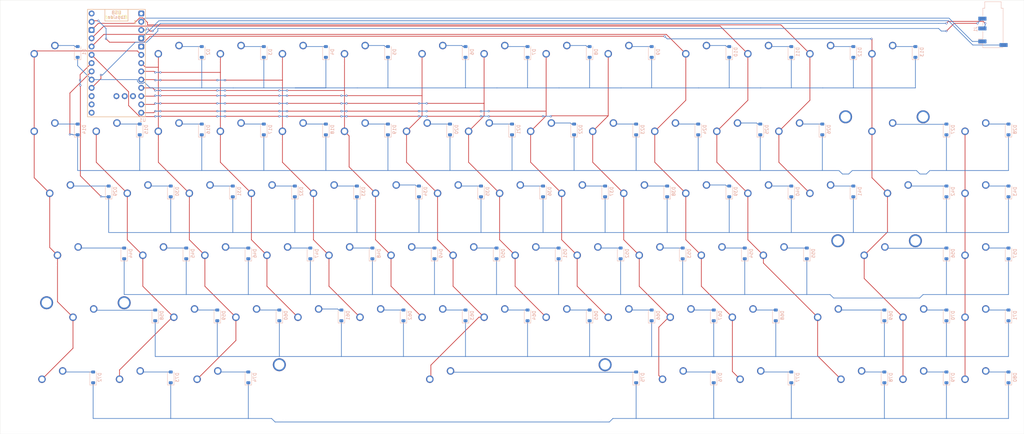
<source format=kicad_pcb>
(kicad_pcb (version 20241229) (generator "pcbnew") (generator_version "9.0")
  (layers (0 "F.Cu" signal) (2 "B.Cu" signal) (13 "F.Paste" user) (15 "B.Paste" user) (5 "F.SilkS" user "F.Silkscreen") (7 "B.SilkS" user "B.Silkscreen") (1 "F.Mask" user) (3 "B.Mask" user) (25 "Edge.Cuts" user))
  (net 0 "")
  (net 1 "COL0")
  (net 2 "Net-(D1-A)")
  (net 3 "Net-(D2-A)")
  (net 4 "Net-(D3-A)")
  (net 5 "Net-(D4-A)")
  (net 6 "Net-(D5-A)")
  (net 7 "Net-(D6-A)")
  (net 8 "Net-(D7-A)")
  (net 9 "Net-(D8-A)")
  (net 10 "Net-(D9-A)")
  (net 11 "Net-(D10-A)")
  (net 12 "Net-(D11-A)")
  (net 13 "Net-(D12-A)")
  (net 14 "Net-(D13-A)")
  (net 15 "Net-(D14-A)")
  (net 16 "ROW5")
  (net 17 "Net-(D15-A)")
  (net 18 "Net-(D16-A)")
  (net 19 "Net-(D17-A)")
  (net 20 "Net-(D18-A)")
  (net 21 "Net-(D19-A)")
  (net 22 "Net-(D20-A)")
  (net 23 "Net-(D21-A)")
  (net 24 "Net-(D22-A)")
  (net 25 "Net-(D23-A)")
  (net 26 "Net-(D24-A)")
  (net 27 "Net-(D25-A)")
  (net 28 "Net-(D26-A)")
  (net 29 "Net-(D27-A)")
  (net 30 "Net-(D28-A)")
  (net 31 "COL1")
  (net 32 "Net-(D29-A)")
  (net 33 "Net-(D30-A)")
  (net 34 "Net-(D31-A)")
  (net 35 "Net-(D32-A)")
  (net 36 "Net-(D33-A)")
  (net 37 "Net-(D34-A)")
  (net 38 "Net-(D35-A)")
  (net 39 "Net-(D36-A)")
  (net 40 "Net-(D37-A)")
  (net 41 "Net-(D38-A)")
  (net 42 "Net-(D39-A)")
  (net 43 "Net-(D40-A)")
  (net 44 "Net-(D41-A)")
  (net 45 "Net-(D42-A)")
  (net 46 "Net-(D43-A)")
  (net 47 "COL2")
  (net 48 "Net-(D44-A)")
  (net 49 "Net-(D45-A)")
  (net 50 "Net-(D46-A)")
  (net 51 "Net-(D47-A)")
  (net 52 "Net-(D48-A)")
  (net 53 "Net-(D49-A)")
  (net 54 "Net-(D50-A)")
  (net 55 "Net-(D51-A)")
  (net 56 "Net-(D52-A)")
  (net 57 "Net-(D53-A)")
  (net 58 "Net-(D54-A)")
  (net 59 "Net-(D55-A)")
  (net 60 "Net-(D56-A)")
  (net 61 "Net-(D57-A)")
  (net 62 "Net-(D58-A)")
  (net 63 "COL3")
  (net 64 "Net-(D59-A)")
  (net 65 "Net-(D60-A)")
  (net 66 "Net-(D61-A)")
  (net 67 "Net-(D62-A)")
  (net 68 "Net-(D63-A)")
  (net 69 "Net-(D64-A)")
  (net 70 "Net-(D65-A)")
  (net 71 "Net-(D66-A)")
  (net 72 "Net-(D67-A)")
  (net 73 "Net-(D68-A)")
  (net 74 "Net-(D69-A)")
  (net 75 "Net-(D70-A)")
  (net 76 "Net-(D71-A)")
  (net 77 "COL4")
  (net 78 "Net-(D72-A)")
  (net 79 "Net-(D73-A)")
  (net 80 "Net-(D74-A)")
  (net 81 "Net-(D75-A)")
  (net 82 "Net-(D76-A)")
  (net 83 "Net-(D77-A)")
  (net 84 "Net-(D78-A)")
  (net 85 "Net-(D79-A)")
  (net 86 "Net-(D80-A)")
  (net 87 "COL5")
  (net 88 "COL6")
  (net 89 "COL7")
  (net 90 "COL8")
  (net 91 "COL9")
  (net 92 "COL10")
  (net 93 "COL11")
  (net 94 "COL12")
  (net 95 "Net-(MX15-Pad1)")
  (net 96 "Net-(MX28-Pad1)")
  (net 97 "ROW0")
  (net 98 "ROW1")
  (net 99 "ROW2")
  (net 100 "ROW3")
  (net 101 "ROW4")
  (net 102 "R2")
  (net 103 "T")
  (net 104 "S")
  (net 105 "R1")
  (footprint "PCM_marbastlib-mx:SW_MX_1u" (layer "F.Cu") (at 171.92625 162.71875)
    (property "Reference" "MX61" (hide yes))
    (property "Value" "MX_SW_solder")
  )
  (footprint "PCM_marbastlib-mx:SW_MX_1u" (layer "F.Cu") (at 186.21375 105.56875)
    (property "Reference" "MX19" (hide yes))
    (property "Value" "MX_SW_solder")
  )
  (footprint "PCM_marbastlib-mx:SW_MX_1u" (layer "F.Cu") (at 319.56375 105.56875)
    (property "Reference" "MX26" (hide yes))
    (property "Value" "MX_SW_solder")
  )
  (footprint "PCM_marbastlib-mx:SW_MX_1u" (layer "F.Cu") (at 376.71375 162.71875)
    (property "Reference" "MX71" (hide yes))
    (property "Value" "MX_SW_solder")
  )
  (footprint "PCM_marbastlib-mx:SW_MX_1u" (layer "F.Cu") (at 224.31375 105.56875)
    (property "Reference" "MX21" (hide yes))
    (property "Value" "MX_SW_solder")
  )
  (footprint "PCM_marbastlib-mx:SW_MX_1u" (layer "F.Cu") (at 176.68875 124.61875)
    (property "Reference" "MX33" (hide yes))
    (property "Value" "MX_SW_solder")
  )
  (footprint "PCM_marbastlib-mx:SW_MX_1u" (layer "F.Cu") (at 233.83875 124.61875)
    (property "Reference" "MX36" (hide yes))
    (property "Value" "MX_SW_solder")
  )
  (footprint "PCM_marbastlib-mx:STAB_MX_P_2.25u" (layer "F.Cu") (at 345.7575 143.66875)
    (property "Reference" "S2" (hide yes))
    (property "Value" "MX_stab")
  )
  (footprint "PCM_marbastlib-mx:SW_MX_1u" (layer "F.Cu") (at 310.03875 81.75625)
    (property "Reference" "MX11" (hide yes))
    (property "Value" "MX_SW_solder")
  )
  (footprint "PCM_marbastlib-mx:SW_MX_1u" (layer "F.Cu") (at 267.17625 162.71875)
    (property "Reference" "MX66" (hide yes))
    (property "Value" "MX_SW_solder")
  )
  (footprint "PCM_marbastlib-mx:SW_MX_1u" (layer "F.Cu") (at 167.16375 105.56875)
    (property "Reference" "MX18" (hide yes))
    (property "Value" "MX_SW_solder")
  )
  (footprint "PCM_marbastlib-mx:SW_MX_1u" (layer "F.Cu") (at 212.4075 181.76875)
    (property "Reference" "MX75" (hide yes))
    (property "Value" "MX_SW_solder")
  )
  (footprint "PCM_marbastlib-mx:SW_MX_1.75u" (layer "F.Cu") (at 98.1075 143.66875)
    (property "Reference" "MX44" (hide yes))
    (property "Value" "MX_SW_solder")
  )
  (footprint "PCM_marbastlib-mx:SW_MX_1u" (layer "F.Cu") (at 295.75125 143.66875)
    (property "Reference" "MX54" (hide yes))
    (property "Value" "MX_SW_solder")
  )
  (footprint "PCM_marbastlib-mx:SW_MX_1u" (layer "F.Cu") (at 348.13875 105.56875)
    (property "Reference" "MX27" (hide yes))
    (property "Value" "MX_SW_solder")
  )
  (footprint "PCM_marbastlib-mx:SW_MX_1u" (layer "F.Cu") (at 157.63875 124.61875)
    (property "Reference" "MX32" (hide yes))
    (property "Value" "MX_SW_solder")
  )
  (footprint "PCM_marbastlib-mx:SW_MX_1u" (layer "F.Cu") (at 124.30125 143.66875)
    (property "Reference" "MX45" (hide yes))
    (property "Value" "MX_SW_solder")
  )
  (footprint "PCM_marbastlib-mx:SW_MX_1u" (layer "F.Cu") (at 271.93875 124.61875)
    (property "Reference" "MX38" (hide yes))
    (property "Value" "MX_SW_solder")
  )
  (footprint "PCM_marbastlib-mx:SW_MX_1u" (layer "F.Cu") (at 110.01375 105.56875)
    (property "Reference" "MX15" (hide yes))
    (property "Value" "MX_SW_solder")
  )
  (footprint "PCM_marbastlib-mx:SW_MX_1u" (layer "F.Cu") (at 262.41375 105.56875)
    (property "Reference" "MX23" (hide yes))
    (property "Value" "MX_SW_solder")
  )
  (footprint "PCM_marbastlib-mx:SW_MX_1u" (layer "F.Cu") (at 210.02625 162.71875)
    (property "Reference" "MX63" (hide yes))
    (property "Value" "MX_SW_solder")
  )
  (footprint "PCM_marbastlib-mx:SW_MX_1.25u" (layer "F.Cu") (at 93.345 181.76875)
    (property "Reference" "MX72" (hide yes))
    (property "Value" "MX_SW_solder")
  )
  (footprint "PCM_marbastlib-mx:SW_MX_1u" (layer "F.Cu") (at 314.80125 143.66875)
    (property "Reference" "MX55" (hide yes))
    (property "Value" "MX_SW_solder")
  )
  (footprint "PCM_marbastlib-mx:SW_MX_1u" (layer "F.Cu") (at 119.53875 124.61875)
    (property "Reference" "MX30" (hide yes))
    (property "Value" "MX_SW_solder")
  )
  (footprint "PCM_marbastlib-mx:SW_MX_1u" (layer "F.Cu") (at 190.97625 162.71875)
    (property "Reference" "MX62" (hide yes))
    (property "Value" "MX_SW_solder")
  )
  (footprint "PCM_marbastlib-mx:SW_MX_1u" (layer "F.Cu") (at 129.06375 105.56875)
    (property "Reference" "MX16" (hide yes))
    (property "Value" "MX_SW_solder")
  )
  (footprint "PCM_marbastlib-mx:STAB_MX_P_6.25u" (layer "F.Cu") (at 212.4075 181.76875)
    (property "Reference" "S4" (hide yes))
    (property "Value" "MX_stab")
  )
  (footprint "PCM_marbastlib-mx:SW_MX_1u" (layer "F.Cu") (at 305.27625 162.71875)
    (property "Reference" "MX68" (hide yes))
    (property "Value" "MX_SW_solder")
  )
  (footprint "PCM_marbastlib-mx:SW_MX_1u" (layer "F.Cu") (at 248.12625 81.75625)
    (property "Reference" "MX8" (hide yes))
    (property "Value" "MX_SW_solder")
  )
  (footprint "PCM_marbastlib-mx:SW_MX_1u" (layer "F.Cu") (at 148.11375 81.75625)
    (property "Reference" "MX3" (hide yes))
    (property "Value" "MX_SW_solder")
  )
  (footprint "PCM_marbastlib-mx:SW_MX_1u" (layer "F.Cu") (at 102.87 162.71875)
    (property "Reference" "MX58" (hide yes))
    (property "Value" "MX_SW_solder")
  )
  (footprint "PCM_marbastlib-mx:SW_MX_1u" (layer "F.Cu") (at 243.36375 105.56875)
    (property "Reference" "MX22" (hide yes))
    (property "Value" "MX_SW_solder")
  )
  (footprint "PCM_marbastlib-mx:SW_MX_1u" (layer "F.Cu") (at 148.11375 105.56875)
    (property "Reference" "MX17" (hide yes))
    (property "Value" "MX_SW_solder")
  )
  (footprint "PCM_marbastlib-mx:SW_MX_1u" (layer "F.Cu") (at 290.98875 124.61875)
    (property "Reference" "MX39" (hide yes))
    (property "Value" "MX_SW_solder")
  )
  (footprint "PCM_marbastlib-mx:SW_MX_1u" (layer "F.Cu") (at 290.98875 81.75625)
    (property "Reference" "MX10" (hide yes))
    (property "Value" "MX_SW_solder")
  )
  (footprint "PCM_marbastlib-mx:SW_MX_1u" (layer "F.Cu") (at 214.78875 124.61875)
    (property "Reference" "MX35" (hide yes))
    (property "Value" "MX_SW_solder")
  )
  (footprint "PCM_marbastlib-mx:SW_MX_1u" (layer "F.Cu") (at 310.03875 124.61875)
    (property "Reference" "MX40" (hide yes))
    (property "Value" "MX_SW_solder")
  )
  (footprint "PCM_marbastlib-mx:SW_MX_1u" (layer "F.Cu") (at 152.87625 162.71875)
    (property "Reference" "MX60" (hide yes))
    (property "Value" "MX_SW_solder")
  )
  (footprint "PCM_marbastlib-mx:SW_MX_1u" (layer "F.Cu") (at 195.73875 124.61875)
    (property "Reference" "MX34" (hide yes))
    (property "Value" "MX_SW_solder")
  )
  (footprint "PCM_marbastlib-mx:SW_MX_1.25u" (layer "F.Cu") (at 283.845 181.76875)
    (property "Reference" "MX76" (hide yes))
    (property "Value" "MX_SW_solder")
  )
  (footprint "PCM_marbastlib-mx:SW_MX_1u" (layer "F.Cu") (at 143.35125 143.66875)
    (property "Reference" "MX46" (hide yes))
    (property "Value" "MX_SW_solder")
  )
  (footprint "PCM_marbastlib-mx:SW_MX_1u" (layer "F.Cu") (at 205.26375 105.56875)
    (property "Reference" "MX20" (hide yes))
    (property "Value" "MX_SW_solder")
  )
  (footprint "PCM_marbastlib-mx:SW_MX_1u" (layer "F.Cu") (at 300.51375 105.56875)
    (property "Reference" "MX25" (hide yes))
    (property "Value" "MX_SW_solder")
  )
  (footprint "PCM_marbastlib-mx:SW_MX_1u" (layer "F.Cu") (at 238.60125 143.66875)
    (property "Reference" "MX51" (hide yes))
    (property "Value" "MX_SW_solder")
  )
  (footprint "PCM_marbastlib-mx:SW_MX_1.75u" (layer "F.Cu") (at 331.47 162.71875)
    (property "Reference" "MX69" (hide yes))
    (property "Value" "MX_SW_solder")
  )
  (footprint "PCM_marbastlib-mx:SW_MX_1u" (layer "F.Cu") (at 276.70125 143.66875)
    (property "Reference" "MX53" (hide yes))
    (property "Value" "MX_SW_solder")
  )
  (footprint "PCM_marbastlib-mx:SW_MX_1u" (layer "F.Cu") (at 329.08875 124.61875)
    (property "Reference" "MX41" (hide yes))
    (property "Value" "MX_SW_solder")
  )
  (footprint "PCM_marbastlib-mx:STAB_MX_P_2u" (layer "F.Cu") (at 348.13875 105.56875)
    (property "Reference" "S1" (hide yes))
    (property "Value" "MX_stab")
  )
  (footprint "PCM_marbastlib-mx:SW_MX_1u" (layer "F.Cu") (at 376.71375 105.56875)
    (property "Reference" "MX28" (hide yes))
    (property "Value" "MX_SW_solder")
  )
  (footprint "PCM_marbastlib-mx:SW_MX_1u" (layer "F.Cu") (at 210.02625 81.75625)
    (property "Reference" "MX6" (hide yes))
    (property "Value" "MX_SW_solder")
  )
  (footprint "PCM_marbastlib-mx:SW_MX_1u" (layer "F.Cu") (at 329.08875 81.75625)
    (property "Reference" "MX12" (hide yes))
    (property "Value" "MX_SW_solder")
  )
  (footprint "PCM_marbastlib-mx:SW_MX_1u" (layer "F.Cu") (at 181.45125 143.66875)
    (property "Reference" "MX48" (hide yes))
    (property "Value" "MX_SW_solder")
  )
  (footprint "PCM_marbastlib-mx:SW_MX_1.5u" (layer "F.Cu") (at 95.72625 124.61875)
    (property "Reference" "MX29" (hide yes))
    (property "Value" "MX_SW_solder")
  )
  (footprint "PCM_marbastlib-mx:SW_MX_1u" (layer "F.Cu") (at 281.46375 105.56875)
    (property "Reference" "MX24" (hide yes))
    (property "Value" "MX_SW_solder")
  )
  (footprint "PCM_marbastlib-mx:SW_MX_1u" (layer "F.Cu") (at 229.07625 162.71875)
    (property "Reference" "MX64" (hide yes))
    (property "Value" "MX_SW_solder")
  )
  (footprint "PCM_marbastlib-mx:SW_MX_1u" (layer "F.Cu") (at 338.61375 181.76875)
    (property "Reference" "MX78" (hide yes))
    (property "Value" "MX_SW_solder")
  )
  (footprint "PCM_marbastlib-mx:SW_MX_1u" (layer "F.Cu") (at 167.16375 81.75625)
    (property "Reference" "MX4" (hide yes))
    (property "Value" "MX_SW_solder")
  )
  (footprint "PCM_marbastlib-mx:SW_MX_1u" (layer "F.Cu") (at 267.17625 81.75625)
    (property "Reference" "MX9" (hide yes))
    (property "Value" "MX_SW_solder")
  )
  (footprint "PCM_marbastlib-mx:SW_MX_1u" (layer "F.Cu") (at 376.71375 181.76875)
    (property "Reference" "MX80" (hide yes))
    (property "Value" "MX_SW_solder")
  )
  (footprint "PCM_marbastlib-mx:SW_MX_1.5u" (layer "F.Cu") (at 352.90125 124.61875)
    (property "Reference" "MX42" (hide yes))
    (property "Value" "MX_SW_solder")
  )
  (footprint "PCM_marbastlib-mx:SW_MX_1u" (layer "F.Cu") (at 219.55125 143.66875)
    (property "Reference" "MX50" (hide yes))
    (property "Value" "MX_SW_solder")
  )
  (footprint "PCM_marbastlib-mx:SW_MX_1.25u" (layer "F.Cu") (at 140.97 181.76875)
    (property "Reference" "MX74" (hide yes))
    (property "Value" "MX_SW_solder")
  )
  (footprint "PCM_marbastlib-mx:SW_MX_1u" (layer "F.Cu") (at 229.07625 81.75625)
    (property "Reference" "MX7" (hide yes))
    (property "Value" "MX_SW_solder")
  )
  (footprint "PCM_marbastlib-mx:SW_MX_1u" (layer "F.Cu") (at 138.58875 124.61875)
    (property "Reference" "MX31" (hide yes))
    (property "Value" "MX_SW_solder")
  )
  (footprint "PCM_marbastlib-mx:SW_MX_1u" (layer "F.Cu") (at 90.96375 105.56875)
    (property "Reference" "MX14" (hide yes))
    (property "Value" "MX_SW_solder")
  )
  (footprint "PCM_marbastlib-mx:STAB_MX_P_2.25u" (layer "F.Cu") (at 102.87 162.71875)
    (property "Reference" "S3" (hide yes))
    (property "Value" "MX_stab")
  )
  (footprint "PCM_marbastlib-mx:SW_MX_1.25u" (layer "F.Cu") (at 117.1575 181.76875)
    (property "Reference" "MX73" (hide yes))
    (property "Value" "MX_SW_solder")
  )
  (footprint "PCM_marbastlib-mx:SW_MX_1u" (layer "F.Cu") (at 348.13875 81.75625)
    (property "Reference" "MX13" (hide yes))
    (property "Value" "MX_SW_solder")
  )
  (footprint "PCM_marbastlib-mx:SW_MX_1u" (layer "F.Cu") (at 286.22625 162.71875)
    (property "Reference" "MX67" (hide yes))
    (property "Value" "MX_SW_solder")
  )
  (footprint "PCM_marbastlib-mx:SW_MX_1u" (layer "F.Cu") (at 133.82625 162.71875)
    (property "Reference" "MX59" (hide yes))
    (property "Value" "MX_SW_solder")
  )
  (footprint "PCM_marbastlib-mx:SW_MX_1.25u" (layer "F.Cu") (at 307.6575 181.76875)
    (property "Reference" "MX77" (hide yes))
    (property "Value" "MX_SW_solder")
  )
  (footprint "PCM_marbastlib-mx:SW_MX_1u" (layer "F.Cu") (at 252.88875 124.61875)
    (property "Reference" "MX37" (hide yes))
    (property "Value" "MX_SW_solder")
  )
  (footprint "PCM_marbastlib-mx:SW_MX_1u" (layer "F.Cu") (at 248.12625 162.71875)
    (property "Reference" "MX65" (hide yes))
    (property "Value" "MX_SW_solder")
  )
  (footprint "PCM_marbastlib-mx:SW_MX_1u" (layer "F.Cu") (at 357.66375 181.76875)
    (property "Reference" "MX79" (hide yes))
    (property "Value" "MX_SW_solder")
  )
  (footprint "PCM_marbastlib-mx:SW_MX_1u" (layer "F.Cu") (at 129.06375 81.75625)
    (property "Reference" "MX2" (hide yes))
    (property "Value" "MX_SW_solder")
  )
  (footprint "PCM_marbastlib-mx:SW_MX_1u" (layer "F.Cu") (at 186.21375 81.75625)
    (property "Reference" "MX5" (hide yes))
    (property "Value" "MX_SW_solder")
  )
  (footprint "PCM_marbastlib-mx:SW_MX_1u" (layer "F.Cu") (at 162.40125 143.66875)
    (property "Reference" "MX47" (hide yes))
    (property "Value" "MX_SW_solder")
  )
  (footprint "PCM_marbastlib-mx:SW_MX_1u" (layer "F.Cu") (at 257.65125 143.66875)
    (property "Reference" "MX52" (hide yes))
    (property "Value" "MX_SW_solder")
  )
  (footprint "PCM_marbastlib-mx:SW_MX_1u" (layer "F.Cu") (at 376.71375 143.66875)
    (property "Reference" "MX57" (hide yes))
    (property "Value" "MX_SW_solder")
  )
  (footprint "PCM_marbastlib-mx:SW_MX_1u" (layer "F.Cu") (at 345.7575 143.66875)
    (property "Reference" "MX56" (hide yes))
    (property "Value" "MX_SW_solder")
  )
  (footprint "PCM_marbastlib-mx:SW_MX_1u" (layer "F.Cu") (at 200.50125 143.66875)
    (property "Reference" "MX49" (hide yes))
    (property "Value" "MX_SW_solder")
  )
  (footprint "PCM_marbastlib-mx:SW_MX_1u" (layer "F.Cu") (at 376.71375 124.61875)
    (property "Reference" "MX43" (hide yes))
    (property "Value" "MX_SW_solder")
  )
  (footprint "PCM_marbastlib-mx:SW_MX_1u" (layer "F.Cu") (at 357.66375 162.71875)
    (property "Reference" "MX70" (hide yes))
    (property "Value" "MX_SW_solder")
  )
  (footprint "PCM_marbastlib-mx:SW_MX_1u" (layer "F.Cu") (at 90.96375 81.75625)
    (property "Reference" "MX1" (hide yes))
    (property "Value" "MX_SW_solder")
  )
  (footprint "Diode_SMD:D_SOD-123" (layer "B.Cu") (at 219.55125 78.64375 90)
    (property "Reference" "D6")
    (property "Value" "D_Small")
  )
  (footprint "Diode_SMD:D_SOD-123" (layer "B.Cu") (at 295.75125 178.65625 90)
    (property "Reference" "D76")
    (property "Value" "D_Small")
  )
  (footprint "Diode_SMD:D_SOD-123" (layer "B.Cu") (at 210.02625 140.55625 90)
    (property "Reference" "D49")
    (property "Value" "D_Small")
  )
  (footprint "Diode_SMD:D_SOD-123" (layer "B.Cu") (at 233.83875 102.45625 90)
    (property "Reference" "D21")
    (property "Value" "D_Small")
  )
  (footprint "Diode_SMD:D_SOD-123" (layer "B.Cu") (at 105.25125 178.65625 90)
    (property "Reference" "D72")
    (property "Value" "D_Small")
  )
  (footprint "Diode_SMD:D_SOD-123" (layer "B.Cu") (at 310.03875 102.45625 90)
    (property "Reference" "D25")
    (property "Value" "D_Small")
  )
  (footprint "Diode_SMD:D_SOD-123" (layer "B.Cu") (at 357.66375 78.64375 90)
    (property "Reference" "D13")
    (property "Value" "D_Small")
  )
  (footprint "Diode_SMD:D_SOD-123" (layer "B.Cu") (at 386.23875 102.45625 90)
    (property "Reference" "D28")
    (property "Value" "D_Small")
  )
  (footprint "Diode_SMD:D_SOD-123" (layer "B.Cu") (at 195.73875 78.64375 90)
    (property "Reference" "D5")
    (property "Value" "D_Small")
  )
  (footprint "Diode_SMD:D_SOD-123" (layer "B.Cu") (at 214.78875 102.45625 90)
    (property "Reference" "D20")
    (property "Value" "D_Small")
  )
  (footprint "Diode_SMD:D_SOD-123" (layer "B.Cu") (at 248.12625 140.55625 90)
    (property "Reference" "D51")
    (property "Value" "D_Small")
  )
  (footprint "Diode_SMD:D_SOD-123" (layer "B.Cu") (at 271.93875 178.65625 90)
    (property "Reference" "D75")
    (property "Value" "D_Small")
  )
  (footprint "Diode_SMD:D_SOD-123" (layer "B.Cu") (at 286.22625 140.55625 90)
    (property "Reference" "D53")
    (property "Value" "D_Small")
  )
  (footprint "Diode_SMD:D_SOD-123" (layer "B.Cu") (at 243.36375 121.50625 90)
    (property "Reference" "D36")
    (property "Value" "D_Small")
  )
  (footprint "Diode_SMD:D_SOD-123" (layer "B.Cu") (at 129.06375 121.50625 90)
    (property "Reference" "D30")
    (property "Value" "D_Small")
  )
  (footprint "Diode_SMD:D_SOD-123" (layer "B.Cu") (at 114.77625 140.55625 90)
    (property "Reference" "D44")
    (property "Value" "D_Small")
  )
  (footprint "Diode_SMD:D_SOD-123" (layer "B.Cu") (at 205.26375 121.50625 90)
    (property "Reference" "D34")
    (property "Value" "D_Small")
  )
  (footprint "Diode_SMD:D_SOD-123" (layer "B.Cu") (at 338.61375 121.50625 90)
    (property "Reference" "D41")
    (property "Value" "D_Small")
  )
  (footprint "Diode_SMD:D_SOD-123" (layer "B.Cu") (at 348.13875 159.60625 90)
    (property "Reference" "D69")
    (property "Value" "D_Small")
  )
  (footprint "Diode_SMD:D_SOD-123" (layer "B.Cu") (at 276.70125 78.64375 90)
    (property "Reference" "D9")
    (property "Value" "D_Small")
  )
  (footprint "Diode_SMD:D_SOD-123" (layer "B.Cu") (at 138.58875 78.64375 90)
    (property "Reference" "D2")
    (property "Value" "D_Small")
  )
  (footprint "Diode_SMD:D_SOD-123" (layer "B.Cu") (at 100.48875 102.45625 90)
    (property "Reference" "D14")
    (property "Value" "D_Small")
  )
  (footprint "Diode_SMD:D_SOD-123" (layer "B.Cu") (at 314.80125 159.60625 90)
    (property "Reference" "D68")
    (property "Value" "D_Small")
  )
  (footprint "Diode_SMD:D_SOD-123" (layer "B.Cu") (at 367.18875 102.45625 90)
    (property "Reference" "D27")
    (property "Value" "D_Small")
  )
  (footprint "Diode_SMD:D_SOD-123" (layer "B.Cu") (at 157.63875 78.64375 90)
    (property "Reference" "D3")
    (property "Value" "D_Small")
  )
  (footprint "Diode_SMD:D_SOD-123" (layer "B.Cu") (at 138.58875 102.45625 90)
    (property "Reference" "D16")
    (property "Value" "D_Small")
  )
  (footprint "Diode_SMD:D_SOD-123" (layer "B.Cu") (at 367.18875 121.50625 90)
    (property "Reference" "D42")
    (property "Value" "D_Small")
  )
  (footprint "Diode_SMD:D_SOD-123" (layer "B.Cu") (at 152.87625 140.55625 90)
    (property "Reference" "D46")
    (property "Value" "D_Small")
  )
  (footprint "Diode_SMD:D_SOD-123" (layer "B.Cu") (at 367.18875 159.60625 90)
    (property "Reference" "D70")
    (property "Value" "D_Small")
  )
  (footprint "Diode_SMD:D_SOD-123" (layer "B.Cu") (at 176.68875 102.45625 90)
    (property "Reference" "D18")
    (property "Value" "D_Small")
  )
  (footprint "Diode_SMD:D_SOD-123" (layer "B.Cu") (at 386.23875 121.50625 90)
    (property "Reference" "D43")
    (property "Value" "D_Small")
  )
  (footprint "Diode_SMD:D_SOD-123" (layer "B.Cu") (at 110.01375 121.50625 90)
    (property "Reference" "D29")
    (property "Value" "D_Small")
  )
  (footprint "Diode_SMD:D_SOD-123" (layer "B.Cu") (at 386.23875 178.65625 90)
    (property "Reference" "D80")
    (property "Value" "D_Small")
  )
  (footprint "Diode_SMD:D_SOD-123" (layer "B.Cu") (at 367.18875 178.65625 90)
    (property "Reference" "D79")
    (property "Value" "D_Small")
  )
  (footprint "Diode_SMD:D_SOD-123" (layer "B.Cu") (at 257.65125 78.64375 90)
    (property "Reference" "D8")
    (property "Value" "D_Small")
  )
  (footprint "Diode_SMD:D_SOD-123" (layer "B.Cu") (at 319.56375 121.50625 90)
    (property "Reference" "D40")
    (property "Value" "D_Small")
  )
  (footprint "Diode_SMD:D_SOD-123" (layer "B.Cu") (at 319.56375 178.65625 90)
    (property "Reference" "D77")
    (property "Value" "D_Small")
  )
  (footprint "Diode_SMD:D_SOD-123" (layer "B.Cu") (at 143.35125 159.60625 90)
    (property "Reference" "D59")
    (property "Value" "D_Small")
  )
  (footprint "Diode_SMD:D_SOD-123" (layer "B.Cu") (at 100.48875 78.64375 90)
    (property "Reference" "D1")
    (property "Value" "D_Small")
  )
  (footprint "Diode_SMD:D_SOD-123" (layer "B.Cu") (at 252.88875 102.45625 90)
    (property "Reference" "D22")
    (property "Value" "D_Small")
  )
  (footprint "Diode_SMD:D_SOD-123" (layer "B.Cu") (at 262.41375 121.50625 90)
    (property "Reference" "D37")
    (property "Value" "D_Small")
  )
  (footprint "Connector_Audio:Jack_3.5mm_PJ320D_Horizontal" (layer "B.Cu") (at 381.47625 71.59375 -90)
    (property "Reference" "J1")
    (property "Value" "AudioJack4")
  )
  (footprint "Diode_SMD:D_SOD-123" (layer "B.Cu") (at 238.60125 159.60625 90)
    (property "Reference" "D64")
    (property "Value" "D_Small")
  )
  (footprint "Diode_SMD:D_SOD-123" (layer "B.Cu") (at 295.75125 159.60625 90)
    (property "Reference" "D67")
    (property "Value" "D_Small")
  )
  (footprint "Diode_SMD:D_SOD-123" (layer "B.Cu") (at 267.17625 140.55625 90)
    (property "Reference" "D52")
    (property "Value" "D_Small")
  )
  (footprint "Diode_SMD:D_SOD-123" (layer "B.Cu") (at 300.51375 121.50625 90)
    (property "Reference" "D39")
    (property "Value" "D_Small")
  )
  (footprint "Diode_SMD:D_SOD-123" (layer "B.Cu") (at 271.93875 102.45625 90)
    (property "Reference" "D23")
    (property "Value" "D_Small")
  )
  (footprint "Diode_SMD:D_SOD-123" (layer "B.Cu") (at 171.92625 140.55625 90)
    (property "Reference" "D47")
    (property "Value" "D_Small")
  )
  (footprint "Diode_SMD:D_SOD-123" (layer "B.Cu") (at 176.68875 78.64375 90)
    (property "Reference" "D4")
    (property "Value" "D_Small")
  )
  (footprint "Diode_SMD:D_SOD-123" (layer "B.Cu") (at 276.70125 159.60625 90)
    (property "Reference" "D66")
    (property "Value" "D_Small")
  )
  (footprint "Diode_SMD:D_SOD-123" (layer "B.Cu") (at 190.97625 140.55625 90)
    (property "Reference" "D48")
    (property "Value" "D_Small")
  )
  (footprint "Diode_SMD:D_SOD-123" (layer "B.Cu") (at 281.46375 121.50625 90)
    (property "Reference" "D38")
    (property "Value" "D_Small")
  )
  (footprint "Diode_SMD:D_SOD-123" (layer "B.Cu") (at 338.61375 78.64375 90)
    (property "Reference" "D12")
    (property "Value" "D_Small")
  )
  (footprint "Diode_SMD:D_SOD-123" (layer "B.Cu") (at 119.53875 102.45625 90)
    (property "Reference" "D15")
    (property "Value" "D_Small")
  )
  (footprint "Diode_SMD:D_SOD-123" (layer "B.Cu") (at 162.40125 159.60625 90)
    (property "Reference" "D60")
    (property "Value" "D_Small")
  )
  (footprint "PCM_marbastlib-xp-promicroish:nice_nano_AH_Reversible" (layer "B.Cu") (at 112.395 83.34375 180)
    (property "Reference" "U1")
    (property "Value" "nice_nano")
  )
  (footprint "Diode_SMD:D_SOD-123" (layer "B.Cu") (at 157.63875 102.45625 90)
    (property "Reference" "D17")
    (property "Value" "D_Small")
  )
  (footprint "Diode_SMD:D_SOD-123" (layer "B.Cu") (at 367.18875 140.55625 90)
    (property "Reference" "D56")
    (property "Value" "D_Small")
  )
  (footprint "Diode_SMD:D_SOD-123" (layer "B.Cu") (at 200.50125 159.60625 90)
    (property "Reference" "D62")
    (property "Value" "D_Small")
  )
  (footprint "Diode_SMD:D_SOD-123" (layer "B.Cu") (at 257.65125 159.60625 90)
    (property "Reference" "D65")
    (property "Value" "D_Small")
  )
  (footprint "Diode_SMD:D_SOD-123" (layer "B.Cu") (at 195.73875 102.45625 90)
    (property "Reference" "D19")
    (property "Value" "D_Small")
  )
  (footprint "Diode_SMD:D_SOD-123" (layer "B.Cu") (at 181.45125 159.60625 90)
    (property "Reference" "D61")
    (property "Value" "D_Small")
  )
  (footprint "Diode_SMD:D_SOD-123" (layer "B.Cu") (at 329.08875 102.45625 90)
    (property "Reference" "D26")
    (property "Value" "D_Small")
  )
  (footprint "Diode_SMD:D_SOD-123" (layer "B.Cu") (at 152.87625 178.65625 90)
    (property "Reference" "D74")
    (property "Value" "D_Small")
  )
  (footprint "Diode_SMD:D_SOD-123" (layer "B.Cu") (at 186.21375 121.50625 90)
    (property "Reference" "D33")
    (property "Value" "D_Small")
  )
  (footprint "Diode_SMD:D_SOD-123" (layer "B.Cu") (at 167.16375 121.50625 90)
    (property "Reference" "D32")
    (property "Value" "D_Small")
  )
  (footprint "Diode_SMD:D_SOD-123" (layer "B.Cu") (at 238.60125 78.64375 90)
    (property "Reference" "D7")
    (property "Value" "D_Small")
  )
  (footprint "Diode_SMD:D_SOD-123" (layer "B.Cu") (at 319.56375 78.64375 90)
    (property "Reference" "D11")
    (property "Value" "D_Small")
  )
  (footprint "Diode_SMD:D_SOD-123" (layer "B.Cu") (at 290.98875 102.45625 90)
    (property "Reference" "D24")
    (property "Value" "D_Small")
  )
  (footprint "Diode_SMD:D_SOD-123" (layer "B.Cu") (at 124.30125 159.60625 90)
    (property "Reference" "D58")
    (property "Value" "D_Small")
  )
  (footprint "Diode_SMD:D_SOD-123" (layer "B.Cu") (at 224.31375 121.50625 90)
    (property "Reference" "D35")
    (property "Value" "D_Small")
  )
  (footprint "Diode_SMD:D_SOD-123" (layer "B.Cu") (at 219.55125 159.60625 90)
    (property "Reference" "D63")
    (property "Value" "D_Small")
  )
  (footprint "Diode_SMD:D_SOD-123" (layer "B.Cu") (at 386.23875 159.60625 90)
    (property "Reference" "D71")
    (property "Value" "D_Small")
  )
  (footprint "Diode_SMD:D_SOD-123" (layer "B.Cu") (at 386.23875 140.55625 90)
    (property "Reference" "D57")
    (property "Value" "D_Small")
  )
  (footprint "Diode_SMD:D_SOD-123" (layer "B.Cu") (at 133.82625 140.55625 90)
    (property "Reference" "D45")
    (property "Value" "D_Small")
  )
  (footprint "Diode_SMD:D_SOD-123" (layer "B.Cu") (at 348.13875 178.65625 90)
    (property "Reference" "D78")
    (property "Value" "D_Small")
  )
  (footprint "Diode_SMD:D_SOD-123" (layer "B.Cu") (at 229.07625 140.55625 90)
    (property "Reference" "D50")
    (property "Value" "D_Small")
  )
  (footprint "Diode_SMD:D_SOD-123" (layer "B.Cu") (at 305.27625 140.55625 90)
    (property "Reference" "D54")
    (property "Value" "D_Small")
  )
  (footprint "Diode_SMD:D_SOD-123" (layer "B.Cu") (at 129.06375 178.65625 90)
    (property "Reference" "D73")
    (property "Value" "D_Small")
  )
  (footprint "Diode_SMD:D_SOD-123" (layer "B.Cu") (at 324.32625 140.55625 90)
    (property "Reference" "D55")
    (property "Value" "D_Small")
  )
  (footprint "Diode_SMD:D_SOD-123" (layer "B.Cu") (at 300.51375 78.64375 90)
    (property "Reference" "D10")
    (property "Value" "D_Small")
  )
  (footprint "Diode_SMD:D_SOD-123" (layer "B.Cu") (at 148.11375 121.50625 90)
    (property "Reference" "D31")
    (property "Value" "D_Small")
  )
  (gr_line (start 391.00125 62.70625) (end 391.00125 196.05625) (stroke (width 0.05)) (layer "Edge.Cuts"))
  (gr_line (start 391.00125 196.05625) (end 76.67625 196.05625) (stroke (width 0.05)) (layer "Edge.Cuts"))
  (gr_line (start 76.67625 62.70625) (end 76.67625 196.05625) (stroke (width 0.05)) (layer "Edge.Cuts"))
  (gr_line (start 391.00125 62.70625) (end 76.67625 62.70625) (stroke (width 0.05)) (layer "Edge.Cuts"))
  (segment (start 87.15375 117.31625) (end 91.91625 122.07875) (width 0.2) (layer "F.Cu") (net 1))
  (segment (start 87.15375 79.21625) (end 87.15375 103.02875) (width 0.2) (layer "F.Cu") (net 1))
  (segment (start 120.015 79.53375) (end 118.814 78.33275) (width 0.2) (layer "F.Cu") (net 1))
  (segment (start 91.91625 138.7475) (end 94.2975 141.12875) (width 0.2) (layer "F.Cu") (net 1))
  (segment (start 91.91625 122.07875) (end 91.91625 138.7475) (width 0.2) (layer "F.Cu") (net 1))
  (segment (start 94.2975 155.41625) (end 99.06 160.17875) (width 0.2) (layer "F.Cu") (net 1))
  (segment (start 99.06 169.70375) (end 89.535 179.22875) (width 0.2) (layer "F.Cu") (net 1))
  (segment (start 118.814 78.33275) (end 88.03725 78.33275) (width 0.2) (layer "F.Cu") (net 1))
  (segment (start 99.06 160.17875) (end 99.06 169.70375) (width 0.2) (layer "F.Cu") (net 1))
  (segment (start 87.15375 103.02875) (end 87.15375 117.31625) (width 0.2) (layer "F.Cu") (net 1))
  (segment (start 88.03725 78.33275) (end 87.15375 79.21625) (width 0.2) (layer "F.Cu") (net 1))
  (segment (start 94.2975 141.12875) (end 94.2975 155.41625) (width 0.2) (layer "F.Cu") (net 1))
  (segment (start 100.48875 76.99375) (end 99.695 76.99375) (width 0.2) (layer "B.Cu") (net 2))
  (segment (start 99.695 76.99375) (end 99.3775 76.67625) (width 0.2) (layer "B.Cu") (net 2))
  (segment (start 99.3775 76.67625) (end 93.50375 76.67625) (width 0.2) (layer "B.Cu") (net 2))
  (segment (start 131.92125 76.99375) (end 131.60375 76.67625) (width 0.2) (layer "B.Cu") (net 3))
  (segment (start 138.58875 76.99375) (end 131.92125 76.99375) (width 0.2) (layer "B.Cu") (net 3))
  (segment (start 150.97125 76.99375) (end 150.65375 76.67625) (width 0.2) (layer "B.Cu") (net 4))
  (segment (start 157.63875 76.99375) (end 150.97125 76.99375) (width 0.2) (layer "B.Cu") (net 4))
  (segment (start 170.02125 76.99375) (end 169.70375 76.67625) (width 0.2) (layer "B.Cu") (net 5))
  (segment (start 176.68875 76.99375) (end 170.02125 76.99375) (width 0.2) (layer "B.Cu") (net 5))
  (segment (start 195.73875 76.99375) (end 194.945 76.99375) (width 0.2) (layer "B.Cu") (net 6))
  (segment (start 194.945 76.99375) (end 194.6275 76.67625) (width 0.2) (layer "B.Cu") (net 6))
  (segment (start 194.6275 76.67625) (end 188.75375 76.67625) (width 0.2) (layer "B.Cu") (net 6))
  (segment (start 219.55125 76.99375) (end 218.7575 76.99375) (width 0.2) (layer "B.Cu") (net 7))
  (segment (start 218.44 76.67625) (end 212.56625 76.67625) (width 0.2) (layer "B.Cu") (net 7))
  (segment (start 218.7575 76.99375) (end 218.44 76.67625) (width 0.2) (layer "B.Cu") (net 7))
  (segment (start 231.93375 76.99375) (end 231.61625 76.67625) (width 0.2) (layer "B.Cu") (net 8))
  (segment (start 238.60125 76.99375) (end 231.93375 76.99375) (width 0.2) (layer "B.Cu") (net 8))
  (segment (start 256.8575 76.99375) (end 256.54 76.67625) (width 0.2) (layer "B.Cu") (net 9))
  (segment (start 257.65125 76.99375) (end 256.8575 76.99375) (width 0.2) (layer "B.Cu") (net 9))
  (segment (start 256.54 76.67625) (end 250.66625 76.67625) (width 0.2) (layer "B.Cu") (net 9))
  (segment (start 270.03375 76.99375) (end 269.71625 76.67625) (width 0.2) (layer "B.Cu") (net 10))
  (segment (start 276.70125 76.99375) (end 270.03375 76.99375) (width 0.2) (layer "B.Cu") (net 10))
  (segment (start 299.72 76.99375) (end 299.4025 76.67625) (width 0.2) (layer "B.Cu") (net 11))
  (segment (start 300.51375 76.99375) (end 299.72 76.99375) (width 0.2) (layer "B.Cu") (net 11))
  (segment (start 299.4025 76.67625) (end 293.52875 76.67625) (width 0.2) (layer "B.Cu") (net 11))
  (segment (start 312.89625 76.99375) (end 312.57875 76.67625) (width 0.2) (layer "B.Cu") (net 12))
  (segment (start 319.56375 76.99375) (end 312.89625 76.99375) (width 0.2) (layer "B.Cu") (net 12))
  (segment (start 331.94625 76.99375) (end 331.62875 76.67625) (width 0.2) (layer "B.Cu") (net 13))
  (segment (start 338.61375 76.99375) (end 331.94625 76.99375) (width 0.2) (layer "B.Cu") (net 13))
  (segment (start 350.99625 76.99375) (end 350.67875 76.67625) (width 0.2) (layer "B.Cu") (net 14))
  (segment (start 357.66375 76.99375) (end 350.99625 76.99375) (width 0.2) (layer "B.Cu") (net 14))
  (segment (start 100.48875 100.80625) (end 93.82125 100.80625) (width 0.2) (layer "B.Cu") (net 15))
  (segment (start 93.82125 100.80625) (end 93.50375 100.48875) (width 0.2) (layer "B.Cu") (net 15))
  (segment (start 264.795 191.29375) (end 263.7201 192.36865) (width 0.2) (layer "B.Cu") (net 16))
  (segment (start 105.25125 191.29375) (end 129.06375 191.29375) (width 0.2) (layer "B.Cu") (net 16))
  (segment (start 386.23875 191.29375) (end 367.18875 191.29375) (width 0.2) (layer "B.Cu") (net 16))
  (segment (start 160.02 191.29375) (end 152.87625 191.29375) (width 0.2) (layer "B.Cu") (net 16))
  (segment (start 105.25125 180.30625) (end 105.25125 191.29375) (width 0.2) (layer "B.Cu") (net 16))
  (segment (start 367.18875 180.30625) (end 367.18875 191.29375) (width 0.2) (layer "B.Cu") (net 16))
  (segment (start 271.93875 191.29375) (end 264.795 191.29375) (width 0.2) (layer "B.Cu") (net 16))
  (segment (start 152.87625 191.29375) (end 129.06375 191.29375) (width 0.2) (layer "B.Cu") (net 16))
  (segment (start 295.75125 191.29375) (end 319.56375 191.29375) (width 0.2) (layer "B.Cu") (net 16))
  (segment (start 129.06375 191.29375) (end 129.06375 180.30625) (width 0.2) (layer "B.Cu") (net 16))
  (segment (start 348.13875 191.29375) (end 348.13875 180.30625) (width 0.2) (layer "B.Cu") (net 16))
  (segment (start 271.93875 180.30625) (end 271.93875 191.29375) (width 0.2) (layer "B.Cu") (net 16))
  (segment (start 161.0949 192.36865) (end 160.02 191.29375) (width 0.2) (layer "B.Cu") (net 16))
  (segment (start 367.18875 191.29375) (end 348.13875 191.29375) (width 0.2) (layer "B.Cu") (net 16))
  (segment (start 319.56375 191.29375) (end 348.13875 191.29375) (width 0.2) (layer "B.Cu") (net 16))
  (segment (start 263.7201 192.36865) (end 161.0949 192.36865) (width 0.2) (layer "B.Cu") (net 16))
  (segment (start 152.87625 191.29375) (end 152.87625 180.30625) (width 0.2) (layer "B.Cu") (net 16))
  (segment (start 319.56375 180.30625) (end 319.56375 191.29375) (width 0.2) (layer "B.Cu") (net 16))
  (segment (start 271.93875 191.29375) (end 295.75125 191.29375) (width 0.2) (layer "B.Cu") (net 16))
  (segment (start 386.23875 180.30625) (end 386.23875 191.29375) (width 0.2) (layer "B.Cu") (net 16))
  (segment (start 295.75125 180.30625) (end 295.75125 191.29375) (width 0.2) (layer "B.Cu") (net 16))
  (segment (start 119.53875 100.80625) (end 112.87125 100.80625) (width 0.2) (layer "B.Cu") (net 17))
  (segment (start 112.87125 100.80625) (end 112.55375 100.48875) (width 0.2) (layer "B.Cu") (net 17))
  (segment (start 138.58875 100.80625) (end 131.92125 100.80625) (width 0.2) (layer "B.Cu") (net 18))
  (segment (start 131.92125 100.80625) (end 131.60375 100.48875) (width 0.2) (layer "B.Cu") (net 18))
  (segment (start 157.63875 100.80625) (end 150.97125 100.80625) (width 0.2) (layer "B.Cu") (net 19))
  (segment (start 150.97125 100.80625) (end 150.65375 100.48875) (width 0.2) (layer "B.Cu") (net 19))
  (segment (start 170.02125 100.80625) (end 169.70375 100.48875) (width 0.2) (layer "B.Cu") (net 20))
  (segment (start 176.68875 100.80625) (end 170.02125 100.80625) (width 0.2) (layer "B.Cu") (net 20))
  (segment (start 189.07125 100.80625) (end 188.75375 100.48875) (width 0.2) (layer "B.Cu") (net 21))
  (segment (start 195.73875 100.80625) (end 189.07125 100.80625) (width 0.2) (layer "B.Cu") (net 21))
  (segment (start 214.78875 100.80625) (end 208.12125 100.80625) (width 0.2) (layer "B.Cu") (net 22))
  (segment (start 208.12125 100.80625) (end 207.80375 100.48875) (width 0.2) (layer "B.Cu") (net 22))
  (segment (start 227.17125 100.80625) (end 226.85375 100.48875) (width 0.2) (layer "B.Cu") (net 23))
  (segment (start 233.83875 100.80625) (end 227.17125 100.80625) (width 0.2) (layer "B.Cu") (net 23))
  (segment (start 252.88875 100.80625) (end 252.095 100.80625) (width 0.2) (layer "B.Cu") (net 24))
  (segment (start 252.095 100.80625) (end 251.7775 100.48875) (width 0.2) (layer "B.Cu") (net 24))
  (segment (start 251.7775 100.48875) (end 245.90375 100.48875) (width 0.2) (layer "B.Cu") (net 24))
  (segment (start 271.93875 100.80625) (end 265.27125 100.80625) (width 0.2) (layer "B.Cu") (net 25))
  (segment (start 265.27125 100.80625) (end 264.95375 100.48875) (width 0.2) (layer "B.Cu") (net 25))
  (segment (start 290.98875 100.80625) (end 284.32125 100.80625) (width 0.2) (layer "B.Cu") (net 26))
  (segment (start 284.32125 100.80625) (end 284.00375 100.48875) (width 0.2) (layer "B.Cu") (net 26))
  (segment (start 309.245 100.80625) (end 308.9275 100.48875) (width 0.2) (layer "B.Cu") (net 27))
  (segment (start 308.9275 100.48875) (end 303.05375 100.48875) (width 0.2) (layer "B.Cu") (net 27))
  (segment (start 310.03875 100.80625) (end 309.245 100.80625) (width 0.2) (layer "B.Cu") (net 27))
  (segment (start 322.42125 100.80625) (end 322.10375 100.48875) (width 0.2) (layer "B.Cu") (net 28))
  (segment (start 329.08875 100.80625) (end 322.42125 100.80625) (width 0.2) (layer "B.Cu") (net 28))
  (segment (start 367.18875 100.80625) (end 367.11025 100.88475) (width 0.2) (layer "B.Cu") (net 29))
  (segment (start 367.11025 100.88475) (end 351.07475 100.88475) (width 0.2) (layer "B.Cu") (net 29))
  (segment (start 351.07475 100.88475) (end 350.67875 100.48875) (width 0.2) (layer "B.Cu") (net 29))
  (segment (start 386.23875 100.80625) (end 379.57125 100.80625) (width 0.2) (layer "B.Cu") (net 30))
  (segment (start 379.57125 100.80625) (end 379.25375 100.48875) (width 0.2) (layer "B.Cu") (net 30))
  (segment (start 120.015 82.07375) (end 121.285 83.34375) (width 0.2) (layer "F.Cu") (net 31))
  (segment (start 121.285 83.34375) (end 125.25375 83.34375) (width 0.2) (layer "F.Cu") (net 31))
  (segment (start 149.06625 160.17875) (end 149.06625 167.3225) (width 0.2) (layer "F.Cu") (net 31))
  (segment (start 125.25375 103.02875) (end 125.25375 112.55375) (width 0.2) (layer "F.Cu") (net 31))
  (segment (start 134.77875 136.36625) (end 139.54125 141.12875) (width 0.2) (layer "F.Cu") (net 31))
  (segment (start 125.25375 79.21625) (end 125.25375 83.34375) (width 0.2) (layer "F.Cu") (net 31))
  (segment (start 125.25375 83.34375) (end 125.25375 103.02875) (width 0.2) (layer "F.Cu") (net 31))
  (segment (start 125.25375 112.55375) (end 134.77875 122.07875) (width 0.2) (layer "F.Cu") (net 31))
  (segment (start 139.54125 141.12875) (end 139.54125 150.65375) (width 0.2) (layer "F.Cu") (net 31))
  (segment (start 149.06625 167.3225) (end 137.16 179.22875) (width 0.2) (layer "F.Cu") (net 31))
  (segment (start 134.77875 122.07875) (end 134.77875 136.36625) (width 0.2) (layer "F.Cu") (net 31))
  (segment (start 139.54125 150.65375) (end 149.06625 160.17875) (width 0.2) (layer "F.Cu") (net 31))
  (segment (start 98.58375 119.85625) (end 98.26625 119.53875) (width 0.2) (layer "B.Cu") (net 32))
  (segment (start 110.01375 119.85625) (end 98.58375 119.85625) (width 0.2) (layer "B.Cu") (net 32))
  (segment (start 129.06375 119.85625) (end 122.39625 119.85625) (width 0.2) (layer "B.Cu") (net 33))
  (segment (start 122.39625 119.85625) (end 122.07875 119.53875) (width 0.2) (layer "B.Cu") (net 33))
  (segment (start 141.44625 119.85625) (end 141.12875 119.53875) (width 0.2) (layer "B.Cu") (net 34))
  (segment (start 148.11375 119.85625) (end 141.44625 119.85625) (width 0.2) (layer "B.Cu") (net 34))
  (segment (start 160.49625 119.85625) (end 160.17875 119.53875) (width 0.2) (layer "B.Cu") (net 35))
  (segment (start 167.16375 119.85625) (end 160.49625 119.85625) (width 0.2) (layer "B.Cu") (net 35))
  (segment (start 186.21375 119.85625) (end 179.54625 119.85625) (width 0.2) (layer "B.Cu") (net 36))
  (segment (start 179.54625 119.85625) (end 179.22875 119.53875) (width 0.2) (layer "B.Cu") (net 36))
  (segment (start 205.26375 119.85625) (end 204.47 119.85625) (width 0.2) (layer "B.Cu") (net 37))
  (segment (start 204.1525 119.53875) (end 198.27875 119.53875) (width 0.2) (layer "B.Cu") (net 37))
  (segment (start 204.47 119.85625) (end 204.1525 119.53875) (width 0.2) (layer "B.Cu") (net 37))
  (segment (start 224.31375 119.85625) (end 217.64625 119.85625) (width 0.2) (layer "B.Cu") (net 38))
  (segment (start 217.64625 119.85625) (end 217.32875 119.53875) (width 0.2) (layer "B.Cu") (net 38))
  (segment (start 243.36375 119.85625) (end 236.69625 119.85625) (width 0.2) (layer "B.Cu") (net 39))
  (segment (start 236.69625 119.85625) (end 236.37875 119.53875) (width 0.2) (layer "B.Cu") (net 39))
  (segment (start 262.41375 119.85625) (end 255.74625 119.85625) (width 0.2) (layer "B.Cu") (net 40))
  (segment (start 255.74625 119.85625) (end 255.42875 119.53875) (width 0.2) (layer "B.Cu") (net 40))
  (segment (start 281.46375 119.85625) (end 274.79625 119.85625) (width 0.2) (layer "B.Cu") (net 41))
  (segment (start 274.79625 119.85625) (end 274.47875 119.53875) (width 0.2) (layer "B.Cu") (net 41))
  (segment (start 299.4025 119.53875) (end 293.52875 119.53875) (width 0.2) (layer "B.Cu") (net 42))
  (segment (start 299.72 119.85625) (end 299.4025 119.53875) (width 0.2) (layer "B.Cu") (net 42))
  (segment (start 300.51375 119.85625) (end 299.72 119.85625) (width 0.2) (layer "B.Cu") (net 42))
  (segment (start 319.56375 119.85625) (end 312.89625 119.85625) (width 0.2) (layer "B.Cu") (net 43))
  (segment (start 312.89625 119.85625) (end 312.57875 119.53875) (width 0.2) (layer "B.Cu") (net 43))
  (segment (start 331.94625 119.85625) (end 331.62875 119.53875) (width 0.2) (layer "B.Cu") (net 44))
  (segment (start 338.61375 119.85625) (end 331.94625 119.85625) (width 0.2) (layer "B.Cu") (net 44))
  (segment (start 367.18875 119.85625) (end 355.75875 119.85625) (width 0.2) (layer "B.Cu") (net 45))
  (segment (start 355.75875 119.85625) (end 355.44125 119.53875) (width 0.2) (layer "B.Cu") (net 45))
  (segment (start 386.23875 119.85625) (end 379.57125 119.85625) (width 0.2) (layer "B.Cu") (net 46))
  (segment (start 379.57125 119.85625) (end 379.25375 119.53875) (width 0.2) (layer "B.Cu") (net 46))
  (segment (start 123.98375 84.61375) (end 124.30125 84.93125) (width 0.2) (layer "F.Cu") (net 47))
  (segment (start 158.59125 141.12875) (end 153.82875 136.36625) (width 0.2) (layer "F.Cu") (net 47))
  (segment (start 168.11625 160.17875) (end 158.59125 150.65375) (width 0.2) (layer "F.Cu") (net 47))
  (segment (start 120.015 84.61375) (end 123.98375 84.61375) (width 0.2) (layer "F.Cu") (net 47))
  (segment (start 153.82875 122.07875) (end 144.30375 112.55375) (width 0.2) (layer "F.Cu") (net 47))
  (segment (start 153.82875 136.36625) (end 153.82875 122.07875) (width 0.2) (layer "F.Cu") (net 47))
  (segment (start 144.30375 112.55375) (end 144.30375 103.02875) (width 0.2) (layer "F.Cu") (net 47))
  (segment (start 144.30375 103.02875) (end 144.30375 84.93125) (width 0.2) (layer "F.Cu") (net 47))
  (segment (start 158.59125 150.65375) (end 158.59125 141.12875) (width 0.2) (layer "F.Cu") (net 47))
  (segment (start 125.88875 84.93125) (end 144.30375 84.93125) (width 0.2) (layer "F.Cu") (net 47))
  (segment (start 144.30375 84.93125) (end 144.30375 79.21625) (width 0.2) (layer "F.Cu") (net 47))
  (via (at 125.88875 84.93125) (size 0.6) (drill 0.3) (layers "F.Cu" "B.Cu") (net 47))
  (via (at 124.30125 84.93125) (size 0.6) (drill 0.3) (layers "F.Cu" "B.Cu") (net 47))
  (segment (start 124.30125 84.93125) (end 125.88875 84.93125) (width 0.2) (layer "B.Cu") (net 47))
  (segment (start 100.965 138.90625) (end 100.6475 138.58875) (width 0.2) (layer "B.Cu") (net 48))
  (segment (start 114.77625 138.90625) (end 100.965 138.90625) (width 0.2) (layer "B.Cu") (net 48))
  (segment (start 127.15875 138.90625) (end 126.84125 138.58875) (width 0.2) (layer "B.Cu") (net 49))
  (segment (start 133.82625 138.90625) (end 127.15875 138.90625) (width 0.2) (layer "B.Cu") (net 49))
  (segment (start 146.20875 138.90625) (end 145.89125 138.58875) (width 0.2) (layer "B.Cu") (net 50))
  (segment (start 152.87625 138.90625) (end 146.20875 138.90625) (width 0.2) (layer "B.Cu") (net 50))
  (segment (start 171.92625 138.90625) (end 165.25875 138.90625) (width 0.2) (layer "B.Cu") (net 51))
  (segment (start 165.25875 138.90625) (end 164.94125 138.58875) (width 0.2) (layer "B.Cu") (net 51))
  (segment (start 190.97625 138.90625) (end 184.30875 138.90625) (width 0.2) (layer "B.Cu") (net 52))
  (segment (start 184.30875 138.90625) (end 183.99125 138.58875) (width 0.2) (layer "B.Cu") (net 52))
  (segment (start 210.02625 138.90625) (end 203.35875 138.90625) (width 0.2) (layer "B.Cu") (net 53))
  (segment (start 203.35875 138.90625) (end 203.04125 138.58875) (width 0.2) (layer "B.Cu") (net 53))
  (segment (start 222.40875 138.90625) (end 222.09125 138.58875) (width 0.2) (layer "B.Cu") (net 54))
  (segment (start 229.07625 138.90625) (end 222.40875 138.90625) (width 0.2) (layer "B.Cu") (net 54))
  (segment (start 241.45875 138.90625) (end 241.14125 138.58875) (width 0.2) (layer "B.Cu") (net 55))
  (segment (start 248.12625 138.90625) (end 241.45875 138.90625) (width 0.2) (layer "B.Cu") (net 55))
  (segment (start 267.17625 138.90625) (end 260.50875 138.90625) (width 0.2) (layer "B.Cu") (net 56))
  (segment (start 260.50875 138.90625) (end 260.19125 138.58875) (width 0.2) (layer "B.Cu") (net 56))
  (segment (start 279.55875 138.90625) (end 279.24125 138.58875) (width 0.2) (layer "B.Cu") (net 57))
  (segment (start 286.22625 138.90625) (end 279.55875 138.90625) (width 0.2) (layer "B.Cu") (net 57))
  (segment (start 305.27625 138.90625) (end 298.60875 138.90625) (width 0.2) (layer "B.Cu") (net 58))
  (segment (start 298.60875 138.90625) (end 298.29125 138.58875) (width 0.2) (layer "B.Cu") (net 58))
  (segment (start 324.32625 138.90625) (end 317.65875 138.90625) (width 0.2) (layer "B.Cu") (net 59))
  (segment (start 317.65875 138.90625) (end 317.34125 138.58875) (width 0.2) (layer "B.Cu") (net 59))
  (segment (start 367.11025 138.98475) (end 348.6935 138.98475) (width 0.2) (layer "B.Cu") (net 60))
  (segment (start 348.6935 138.98475) (end 348.2975 138.58875) (width 0.2) (layer "B.Cu") (net 60))
  (segment (start 367.18875 138.90625) (end 367.11025 138.98475) (width 0.2) (layer "B.Cu") (net 60))
  (segment (start 386.23875 138.90625) (end 379.57125 138.90625) (width 0.2) (layer "B.Cu") (net 61))
  (segment (start 379.57125 138.90625) (end 379.25375 138.58875) (width 0.2) (layer "B.Cu") (net 61))
  (segment (start 124.30125 157.95625) (end 124.22275 158.03475) (width 0.2) (layer "B.Cu") (net 62))
  (segment (start 124.22275 158.03475) (end 105.806 158.03475) (width 0.2) (layer "B.Cu") (net 62))
  (segment (start 105.806 158.03475) (end 105.41 157.63875) (width 0.2) (layer "B.Cu") (net 62))
  (segment (start 177.64125 141.12875) (end 177.64125 150.65375) (width 0.2) (layer "F.Cu") (net 63))
  (segment (start 120.015 87.15375) (end 124.1425 87.15375) (width 0.2) (layer "F.Cu") (net 63))
  (segment (start 163.35375 112.55375) (end 172.87875 122.07875) (width 0.2) (layer "F.Cu") (net 63))
  (segment (start 163.35375 87.3125) (end 163.35375 103.02875) (width 0.2) (layer "F.Cu") (net 63))
  (segment (start 145.7325 87.3125) (end 163.35375 87.3125) (width 0.2) (layer "F.Cu") (net 63))
  (segment (start 163.35375 103.02875) (end 163.35375 112.55375) (width 0.2) (layer "F.Cu") (net 63))
  (segment (start 125.88875 87.3125) (end 143.35125 87.3125) (width 0.2) (layer "F.Cu") (net 63))
  (segment (start 177.64125 150.65375) (end 187.16625 160.17875) (width 0.2) (layer "F.Cu") (net 63))
  (segment (start 163.35375 79.21625) (end 163.35375 87.3125) (width 0.2) (layer "F.Cu") (net 63))
  (segment (start 172.87875 122.07875) (end 172.87875 136.36625) (width 0.2) (layer "F.Cu") (net 63))
  (segment (start 172.87875 136.36625) (end 177.64125 141.12875) (width 0.2) (layer "F.Cu") (net 63))
  (segment (start 124.1425 87.15375) (end 124.30125 87.3125) (width 0.2) (layer "F.Cu") (net 63))
  (via (at 124.30125 87.3125) (size 0.6) (drill 0.3) (layers "F.Cu" "B.Cu") (net 63))
  (via (at 143.35125 87.3125) (size 0.6) (drill 0.3) (layers "F.Cu" "B.Cu") (net 63))
  (via (at 125.88875 87.3125) (size 0.6) (drill 0.3) (layers "F.Cu" "B.Cu") (net 63))
  (via (at 145.7325 87.3125) (size 0.6) (drill 0.3) (layers "F.Cu" "B.Cu") (net 63))
  (segment (start 124.30125 87.3125) (end 125.88875 87.3125) (width 0.2) (layer "B.Cu") (net 63))
  (segment (start 143.35125 87.3125) (end 145.7325 87.3125) (width 0.2) (layer "B.Cu") (net 63))
  (segment (start 143.35125 157.95625) (end 136.68375 157.95625) (width 0.2) (layer "B.Cu") (net 64))
  (segment (start 136.68375 157.95625) (end 136.36625 157.63875) (width 0.2) (layer "B.Cu") (net 64))
  (segment (start 162.40125 157.95625) (end 155.73375 157.95625) (width 0.2) (layer "B.Cu") (net 65))
  (segment (start 155.73375 157.95625) (end 155.41625 157.63875) (width 0.2) (layer "B.Cu") (net 65))
  (segment (start 180.34 157.63875) (end 174.46625 157.63875) (width 0.2) (layer "B.Cu") (net 66))
  (segment (start 180.6575 157.95625) (end 180.34 157.63875) (width 0.2) (layer "B.Cu") (net 66))
  (segment (start 181.45125 157.95625) (end 180.6575 157.95625) (width 0.2) (layer "B.Cu") (net 66))
  (segment (start 200.50125 157.95625) (end 193.83375 157.95625) (width 0.2) (layer "B.Cu") (net 67))
  (segment (start 193.83375 157.95625) (end 193.51625 157.63875) (width 0.2) (layer "B.Cu") (net 67))
  (segment (start 212.88375 157.95625) (end 212.56625 157.63875) (width 0.2) (layer "B.Cu") (net 68))
  (segment (start 219.55125 157.95625) (end 212.88375 157.95625) (width 0.2) (layer "B.Cu") (net 68))
  (segment (start 231.93375 157.95625) (end 231.61625 157.63875) (width 0.2) (layer "B.Cu") (net 69))
  (segment (start 238.60125 157.95625) (end 231.93375 157.95625) (width 0.2) (layer "B.Cu") (net 69))
  (segment (start 250.98375 157.95625) (end 250.66625 157.63875) (width 0.2) (layer "B.Cu") (net 70))
  (segment (start 257.65125 157.95625) (end 250.98375 157.95625) (width 0.2) (layer "B.Cu") (net 70))
  (segment (start 270.03375 157.95625) (end 269.71625 157.63875) (width 0.2) (layer "B.Cu") (net 71))
  (segment (start 276.70125 157.95625) (end 270.03375 157.95625) (width 0.2) (layer "B.Cu") (net 71))
  (segment (start 295.75125 157.95625) (end 289.08375 157.95625) (width 0.2) (layer "B.Cu") (net 72))
  (segment (start 289.08375 157.95625) (end 288.76625 157.63875) (width 0.2) (layer "B.Cu") (net 72))
  (segment (start 308.13375 157.95625) (end 307.81625 157.63875) (width 0.2) (layer "B.Cu") (net 73))
  (segment (start 314.80125 157.95625) (end 308.13375 157.95625) (width 0.2) (layer "B.Cu") (net 73))
  (segment (start 348.13875 157.95625) (end 334.3275 157.95625) (width 0.2) (layer "B.Cu") (net 74))
  (segment (start 334.3275 157.95625) (end 334.01 157.63875) (width 0.2) (layer "B.Cu") (net 74))
  (segment (start 360.52125 157.95625) (end 360.20375 157.63875) (width 0.2) (layer "B.Cu") (net 75))
  (segment (start 367.18875 157.95625) (end 360.52125 157.95625) (width 0.2) (layer "B.Cu") (net 75))
  (segment (start 386.23875 157.95625) (end 379.57125 157.95625) (width 0.2) (layer "B.Cu") (net 76))
  (segment (start 379.57125 157.95625) (end 379.25375 157.63875) (width 0.2) (layer "B.Cu") (net 76))
  (segment (start 145.7325 90.4875) (end 162.40125 90.4875) (width 0.2) (layer "F.Cu") (net 77))
  (segment (start 191.92875 136.36625) (end 191.92875 122.07875) (width 0.2) (layer "F.Cu") (net 77))
  (segment (start 206.21625 160.17875) (end 196.69125 150.65375) (width 0.2) (layer "F.Cu") (net 77))
  (segment (start 120.015 89.69375) (end 123.5075 89.69375) (width 0.2) (layer "F.Cu") (net 77))
  (segment (start 196.69125 141.12875) (end 191.92875 136.36625) (width 0.2) (layer "F.Cu") (net 77))
  (segment (start 191.92875 122.07875) (end 183.8325 113.9825) (width 0.2) (layer "F.Cu") (net 77))
  (segment (start 183.8325 104.4575) (end 182.40375 103.02875) (width 0.2) (layer "F.Cu") (net 77))
  (segment (start 182.40375 103.02875) (end 182.40375 90.4875) (width 0.2) (layer "F.Cu") (net 77))
  (segment (start 125.88875 90.4875) (end 143.35125 90.4875) (width 0.2) (layer "F.Cu") (net 77))
  (segment (start 123.5075 89.69375) (end 124.30125 90.4875) (width 0.2) (layer "F.Cu") (net 77))
  (segment (start 183.8325 113.9825) (end 183.8325 104.4575) (width 0.2) (layer "F.Cu") (net 77))
  (segment (start 164.7825 90.4875) (end 182.40375 90.4875) (width 0.2) (layer "F.Cu") (net 77))
  (segment (start 196.69125 150.65375) (end 196.69125 141.12875) (width 0.2) (layer "F.Cu") (net 77))
  (segment (start 182.40375 90.4875) (end 182.40375 79.21625) (width 0.2) (layer "F.Cu") (net 77))
  (via (at 124.30125 90.4875) (size 0.6) (drill 0.3) (layers "F.Cu" "B.Cu") (net 77))
  (via (at 162.40125 90.4875) (size 0.6) (drill 0.3) (layers "F.Cu" "B.Cu") (net 77))
  (via (at 164.7825 90.4875) (size 0.6) (drill 0.3) (layers "F.Cu" "B.Cu") (net 77))
  (via (at 143.35125 90.4875) (size 0.6) (drill 0.3) (layers "F.Cu" "B.Cu") (net 77))
  (via (at 125.88875 90.4875) (size 0.6) (drill 0.3) (layers "F.Cu" "B.Cu") (net 77))
  (via (at 145.7325 90.4875) (size 0.6) (drill 0.3) (layers "F.Cu" "B.Cu") (net 77))
  (segment (start 143.35125 90.4875) (end 145.7325 90.4875) (width 0.2) (layer "B.Cu") (net 77))
  (segment (start 124.30125 90.4875) (end 125.88875 90.4875) (width 0.2) (layer "B.Cu") (net 77))
  (segment (start 162.40125 90.4875) (end 164.7825 90.4875) (width 0.2) (layer "B.Cu") (net 77))
  (segment (start 105.25125 177.00625) (end 96.2025 177.00625) (width 0.2) (layer "B.Cu") (net 78))
  (segment (start 96.2025 177.00625) (end 95.885 176.68875) (width 0.2) (layer "B.Cu") (net 78))
  (segment (start 129.06375 177.00625) (end 120.015 177.00625) (width 0.2) (layer "B.Cu") (net 79))
  (segment (start 120.015 177.00625) (end 119.6975 176.68875) (width 0.2) (layer "B.Cu") (net 79))
  (segment (start 143.8275 177.00625) (end 143.51 176.68875) (width 0.2) (layer "B.Cu") (net 80))
  (segment (start 152.87625 177.00625) (end 143.8275 177.00625) (width 0.2) (layer "B.Cu") (net 80))
  (segment (start 271.93875 177.00625) (end 271.86025 177.08475) (width 0.2) (layer "B.Cu") (net 81))
  (segment (start 271.86025 177.08475) (end 215.661 177.08475) (width 0.2) (layer "B.Cu") (net 81))
  (segment (start 215.661 177.08475) (end 215.265 176.68875) (width 0.2) (layer "B.Cu") (net 81))
  (segment (start 295.75125 177.00625) (end 286.7025 177.00625) (width 0.2) (layer "B.Cu") (net 82))
  (segment (start 286.7025 177.00625) (end 286.385 176.68875) (width 0.2) (layer "B.Cu") (net 82))
  (segment (start 319.56375 177.00625) (end 310.515 177.00625) (width 0.2) (layer "B.Cu") (net 83))
  (segment (start 310.515 177.00625) (end 310.1975 176.68875) (width 0.2) (layer "B.Cu") (net 83))
  (segment (start 348.13875 177.00625) (end 341.47125 177.00625) (width 0.2) (layer "B.Cu") (net 84))
  (segment (start 341.47125 177.00625) (end 341.15375 176.68875) (width 0.2) (layer "B.Cu") (net 84))
  (segment (start 367.18875 177.00625) (end 360.52125 177.00625) (width 0.2) (layer "B.Cu") (net 85))
  (segment (start 360.52125 177.00625) (end 360.20375 176.68875) (width 0.2) (layer "B.Cu") (net 85))
  (segment (start 379.57125 177.00625) (end 379.25375 176.68875) (width 0.2) (layer "B.Cu") (net 86))
  (segment (start 386.23875 177.00625) (end 379.57125 177.00625) (width 0.2) (layer "B.Cu") (net 86))
  (segment (start 164.7825 92.075) (end 181.45125 92.075) (width 0.2) (layer "F.Cu") (net 87))
  (segment (start 215.74125 141.12875) (end 215.74125 150.65375) (width 0.2) (layer "F.Cu") (net 87))
  (segment (start 145.7325 92.075) (end 162.40125 92.075) (width 0.2) (layer "F.Cu") (net 87))
  (segment (start 183.03875 92.075) (end 206.21625 92.075) (width 0.2) (layer "F.Cu") (net 87))
  (segment (start 215.74125 150.65375) (end 225.26625 160.17875) (width 0.2) (layer "F.Cu") (net 87))
  (segment (start 206.21625 79.21625) (end 206.21625 92.075) (width 0.2) (layer "F.Cu") (net 87))
  (segment (start 208.915 174.903655) (end 208.915 179.22875) (width 0.2) (layer "F.Cu") (net 87))
  (segment (start 124.1425 92.23375) (end 124.30125 92.075) (width 0.2) (layer "F.Cu") (net 87))
  (segment (start 206.21625 92.075) (end 206.21625 98.26625) (width 0.2) (layer "F.Cu") (net 87))
  (segment (start 120.015 92.23375) (end 124.1425 92.23375) (width 0.2) (layer "F.Cu") (net 87))
  (segment (start 125.88875 92.075) (end 143.35125 92.075) (width 0.2) (layer "F.Cu") (net 87))
  (segment (start 201.45375 112.55375) (end 210.97875 122.07875) (width 0.2) (layer "F.Cu") (net 87))
  (segment (start 206.21625 98.26625) (end 201.45375 103.02875) (width 0.2) (layer "F.Cu") (net 87))
  (segment (start 225.26625 160.17875) (end 223.639905 160.17875) (width 0.2) (layer "F.Cu") (net 87))
  (segment (start 210.97875 122.07875) (end 210.97875 136.36625) (width 0.2) (layer "F.Cu") (net 87))
  (segment (start 201.45375 103.02875) (end 201.45375 112.55375) (width 0.2) (layer "F.Cu") (net 87))
  (segment (start 223.639905 160.17875) (end 208.915 174.903655) (width 0.2) (layer "F.Cu") (net 87))
  (segment (start 210.97875 136.36625) (end 215.74125 141.12875) (width 0.2) (layer "F.Cu") (net 87))
  (via (at 143.35125 92.075) (size 0.6) (drill 0.3) (layers "F.Cu" "B.Cu") (net 87))
  (via (at 124.30125 92.075) (size 0.6) (drill 0.3) (layers "F.Cu" "B.Cu") (net 87))
  (via (at 125.88875 92.075) (size 0.6) (drill 0.3) (layers "F.Cu" "B.Cu") (net 87))
  (via (at 145.7325 92.075) (size 0.6) (drill 0.3) (layers "F.Cu" "B.Cu") (net 87))
  (via (at 164.7825 92.075) (size 0.6) (drill 0.3) (layers "F.Cu" "B.Cu") (net 87))
  (via (at 183.03875 92.075) (size 0.6) (drill 0.3) (layers "F.Cu" "B.Cu") (net 87))
  (via (at 181.45125 92.075) (size 0.6) (drill 0.3) (layers "F.Cu" "B.Cu") (net 87))
  (via (at 162.40125 92.075) (size 0.6) (drill 0.3) (layers "F.Cu" "B.Cu") (net 87))
  (segment (start 124.30125 92.075) (end 125.88875 92.075) (width 0.2) (layer "B.Cu") (net 87))
  (segment (start 181.45125 92.075) (end 183.03875 92.075) (width 0.2) (layer "B.Cu") (net 87))
  (segment (start 143.35125 92.075) (end 145.7325 92.075) (width 0.2) (layer "B.Cu") (net 87))
  (segment (start 162.40125 92.075) (end 164.7825 92.075) (width 0.2) (layer "B.Cu") (net 87))
  (segment (start 234.79125 141.12875) (end 230.02875 136.36625) (width 0.2) (layer "F.Cu") (net 88))
  (segment (start 164.7825 94.45625) (end 181.45125 94.45625) (width 0.2) (layer "F.Cu") (net 88))
  (segment (start 234.79125 150.65375) (end 234.79125 141.12875) (width 0.2) (layer "F.Cu") (net 88))
  (segment (start 183.03875 94.45625) (end 205.26375 94.45625) (width 0.2) (layer "F.Cu") (net 88))
  (segment (start 123.98375 94.77375) (end 124.30125 94.45625) (width 0.2) (layer "F.Cu") (net 88))
  (segment (start 225.26625 98.26625) (end 225.26625 94.45625) (width 0.2) (layer "F.Cu") (net 88))
  (segment (start 220.50375 103.02875) (end 225.26625 98.26625) (width 0.2) (layer "F.Cu") (net 88))
  (segment (start 225.26625 94.45625) (end 225.26625 79.21625) (width 0.2) (layer "F.Cu") (net 88))
  (segment (start 230.02875 136.36625) (end 230.02875 122.07875) (width 0.2) (layer "F.Cu") (net 88))
  (segment (start 207.645 94.45625) (end 225.26625 94.45625) (width 0.2) (layer "F.Cu") (net 88))
  (segment (start 125.88875 94.45625) (end 143.35125 94.45625) (width 0.2) (layer "F.Cu") (net 88))
  (segment (start 145.7325 94.45625) (end 162.40125 94.45625) (width 0.2) (layer "F.Cu") (net 88))
  (segment (start 220.50375 112.55375) (end 220.50375 103.02875) (width 0.2) (layer "F.Cu") (net 88))
  (segment (start 244.31625 160.17875) (end 234.79125 150.65375) (width 0.2) (layer "F.Cu") (net 88))
  (segment (start 120.015 94.77375) (end 123.98375 94.77375) (width 0.2) (layer "F.Cu") (net 88))
  (segment (start 230.02875 122.07875) (end 220.50375 112.55375) (width 0.2) (layer "F.Cu") (net 88))
  (via (at 205.26375 94.45625) (size 0.6) (drill 0.3) (layers "F.Cu" "B.Cu") (net 88))
  (via (at 125.88875 94.45625) (size 0.6) (drill 0.3) (layers "F.Cu" "B.Cu") (net 88))
  (via (at 124.30125 94.45625) (size 0.6) (drill 0.3) (layers "F.Cu" "B.Cu") (net 88))
  (via (at 183.03875 94.45625) (size 0.6) (drill 0.3) (layers "F.Cu" "B.Cu") (net 88))
  (via (at 164.7825 94.45625) (size 0.6) (drill 0.3) (layers "F.Cu" "B.Cu") (net 88))
  (via (at 207.645 94.45625) (size 0.6) (drill 0.3) (layers "F.Cu" "B.Cu") (net 88))
  (via (at 143.35125 94.45625) (size 0.6) (drill 0.3) (layers "F.Cu" "B.Cu") (net 88))
  (via (at 162.40125 94.45625) (size 0.6) (drill 0.3) (layers "F.Cu" "B.Cu") (net 88))
  (via (at 181.45125 94.45625) (size 0.6) (drill 0.3) (layers "F.Cu" "B.Cu") (net 88))
  (via (at 145.7325 94.45625) (size 0.6) (drill 0.3) (layers "F.Cu" "B.Cu") (net 88))
  (segment (start 162.40125 94.45625) (end 164.7825 94.45625) (width 0.2) (layer "B.Cu") (net 88))
  (segment (start 205.26375 94.45625) (end 207.645 94.45625) (width 0.2) (layer "B.Cu") (net 88))
  (segment (start 181.45125 94.45625) (end 183.03875 94.45625) (width 0.2) (layer "B.Cu") (net 88))
  (segment (start 143.35125 94.45625) (end 145.7325 94.45625) (width 0.2) (layer "B.Cu") (net 88))
  (segment (start 124.30125 94.45625) (end 125.88875 94.45625) (width 0.2) (layer "B.Cu") (net 88))
  (segment (start 123.825 97.31375) (end 124.30125 96.8375) (width 0.2) (layer "F.Cu") (net 89))
  (segment (start 164.7825 96.8375) (end 181.45125 96.8375) (width 0.2) (layer "F.Cu") (net 89))
  (segment (start 239.55375 103.02875) (end 239.55375 112.55375) (width 0.2) (layer "F.Cu") (net 89))
  (segment (start 244.31625 98.26625) (end 239.55375 103.02875) (width 0.2) (layer "F.Cu") (net 89))
  (segment (start 249.07875 136.36625) (end 253.84125 141.12875) (width 0.2) (layer "F.Cu") (net 89))
  (segment (start 145.7325 96.8375) (end 162.40125 96.8375) (width 0.2) (layer "F.Cu") (net 89))
  (segment (start 253.84125 141.12875) (end 253.84125 150.65375) (width 0.2) (layer "F.Cu") (net 89))
  (segment (start 253.84125 150.65375) (end 263.36625 160.17875) (width 0.2) (layer "F.Cu") (net 89))
  (segment (start 249.07875 122.07875) (end 249.07875 136.36625) (width 0.2) (layer "F.Cu") (net 89))
  (segment (start 226.695 96.8375) (end 244.31625 96.8375) (width 0.2) (layer "F.Cu") (net 89))
  (segment (start 244.31625 79.21625) (end 244.31625 96.8375) (width 0.2) (layer "F.Cu") (net 89))
  (segment (start 244.31625 96.8375) (end 244.31625 98.26625) (width 0.2) (layer "F.Cu") (net 89))
  (segment (start 239.55375 112.55375) (end 249.07875 122.07875) (width 0.2) (layer "F.Cu") (net 89))
  (segment (start 125.88875 96.8375) (end 143.35125 96.8375) (width 0.2) (layer "F.Cu") (net 89))
  (segment (start 183.03875 96.8375) (end 205.26375 96.8375) (width 0.2) (layer "F.Cu") (net 89))
  (segment (start 207.645 96.8375) (end 224.31375 96.8375) (width 0.2) (layer "F.Cu") (net 89))
  (segment (start 120.015 97.31375) (end 123.825 97.31375) (width 0.2) (layer "F.Cu") (net 89))
  (via (at 124.30125 96.8375) (size 0.6) (drill 0.3) (layers "F.Cu" "B.Cu") (net 89))
  (via (at 181.45125 96.8375) (size 0.6) (drill 0.3) (layers "F.Cu" "B.Cu") (net 89))
  (via (at 164.7825 96.8375) (size 0.6) (drill 0.3) (layers "F.Cu" "B.Cu") (net 89))
  (via (at 226.695 96.8375) (size 0.6) (drill 0.3) (layers "F.Cu" "B.Cu") (net 89))
  (via (at 145.7325 96.8375) (size 0.6) (drill 0.3) (layers "F.Cu" "B.Cu") (net 89))
  (via (at 224.31375 96.8375) (size 0.6) (drill 0.3) (layers "F.Cu" "B.Cu") (net 89))
  (via (at 162.40125 96.8375) (size 0.6) (drill 0.3) (layers "F.Cu" "B.Cu") (net 89))
  (via (at 205.26375 96.8375) (size 0.6) (drill 0.3) (layers "F.Cu" "B.Cu") (net 89))
  (via (at 183.03875 96.8375) (size 0.6) (drill 0.3) (layers "F.Cu" "B.Cu") (net 89))
  (via (at 143.35125 96.8375) (size 0.6) (drill 0.3) (layers "F.Cu" "B.Cu") (net 89))
  (via (at 125.88875 96.8375) (size 0.6) (drill 0.3) (layers "F.Cu" "B.Cu") (net 89))
  (via (at 207.645 96.8375) (size 0.6) (drill 0.3) (layers "F.Cu" "B.Cu") (net 89))
  (segment (start 224.31375 96.8375) (end 226.695 96.8375) (width 0.2) (layer "B.Cu") (net 89))
  (segment (start 143.35125 96.8375) (end 145.7325 96.8375) (width 0.2) (layer "B.Cu") (net 89))
  (segment (start 124.30125 96.8375) (end 125.88875 96.8375) (width 0.2) (layer "B.Cu") (net 89))
  (segment (start 162.40125 96.8375) (end 164.7825 96.8375) (width 0.2) (layer "B.Cu") (net 89))
  (segment (start 181.45125 96.8375) (end 183.03875 96.8375) (width 0.2) (layer "B.Cu") (net 89))
  (segment (start 205.26375 96.8375) (end 207.645 96.8375) (width 0.2) (layer "B.Cu") (net 89))
  (segment (start 272.89125 141.12875) (end 268.12875 136.36625) (width 0.2) (layer "F.Cu") (net 90))
  (segment (start 258.60375 112.55375) (end 258.60375 103.02875) (width 0.2) (layer "F.Cu") (net 90))
  (segment (start 282.41625 160.17875) (end 272.89125 150.65375) (width 0.2) (layer "F.Cu") (net 90))
  (segment (start 116.136 95.133221) (end 119.517529 98.51475) (width 0.2) (layer "F.Cu") (net 90))
  (segment (start 116.136 90.89475) (end 116.136 95.133221) (width 0.2) (layer "F.Cu") (net 90))
  (segment (start 207.645 98.425) (end 224.25897 98.425) (width 0.2) (layer "F.Cu") (net 90))
  (segment (start 245.745 98.425) (end 245.90375 98.26625) (width 0.2) (layer "F.Cu") (net 90))
  (segment (start 226.695 98.425) (end 243.30897 98.425) (width 0.2) (layer "F.Cu") (net 90))
  (segment (start 205.20897 98.425) (end 205.23636 98.39761) (width 0.2) (layer "F.Cu") (net 90))
  (segment (start 104.775 79.53375) (end 116.136 90.89475) (width 0.2) (layer "F.Cu") (net 90))
  (segment (start 263.36625 98.26625) (end 263.36625 79.21625) (width 0.2) (layer "F.Cu") (net 90))
  (segment (start 243.30897 98.425) (end 243.33636 98.39761) (width 0.2) (layer "F.Cu") (net 90))
  (segment (start 119.517529 98.51475) (end 124.2115 98.51475) (width 0.2) (layer "F.Cu") (net 90))
  (segment (start 124.2115 98.51475) (end 124.30125 98.425) (width 0.2) (layer "F.Cu") (net 90))
  (segment (start 278.885 178.07875) (end 278.885 163.246174) (width 0.2) (layer "F.Cu") (net 90))
  (segment (start 268.12875 122.07875) (end 258.60375 112.55375) (width 0.2) (layer "F.Cu") (net 90))
  (segment (start 164.7825 98.425) (end 181.45125 98.425) (width 0.2) (layer "F.Cu") (net 90))
  (segment (start 280.035 179.22875) (end 278.885 178.07875) (width 0.2) (layer "F.Cu") (net 90))
  (segment (start 145.7325 98.425) (end 162.40125 98.425) (width 0.2) (layer "F.Cu") (net 90))
  (segment (start 281.952424 160.17875) (end 282.41625 160.17875) (width 0.2) (layer "F.Cu") (net 90))
  (segment (start 245.90375 98.26625) (end 263.36625 98.26625) (width 0.2) (layer "F.Cu") (net 90))
  (segment (start 278.885 163.246174) (end 281.952424 160.17875) (width 0.2) (layer "F.Cu") (net 90))
  (segment (start 224.25897 98.425) (end 224.28636 98.39761) (width 0.2) (layer "F.Cu") (net 90))
  (segment (start 268.12875 136.36625) (end 268.12875 122.07875) (width 0.2) (layer "F.Cu") (net 90))
  (segment (start 183.03875 98.425) (end 205.20897 98.425) (width 0.2) (layer "F.Cu") (net 90))
  (segment (start 272.89125 150.65375) (end 272.89125 141.12875) (width 0.2) (layer "F.Cu") (net 90))
  (segment (start 258.60375 103.02875) (end 263.36625 98.26625) (width 0.2) (layer "F.Cu") (net 90))
  (segment (start 125.88875 98.425) (end 143.35125 98.425) (width 0.2) (layer "F.Cu") (net 90))
  (via (at 162.40125 98.425) (size 0.6) (drill 0.3) (layers "F.Cu" "B.Cu") (net 90))
  (via (at 125.88875 98.425) (size 0.6) (drill 0.3) (layers "F.Cu" "B.Cu") (net 90))
  (via (at 145.7325 98.425) (size 0.6) (drill 0.3) (layers "F.Cu" "B.Cu") (net 90))
  (via (at 243.33636 98.39761) (size 0.6) (drill 0.3) (layers "F.Cu" "B.Cu") (net 90))
  (via (at 181.45125 98.425) (size 0.6) (drill 0.3) (layers "F.Cu" "B.Cu") (net 90))
  (via (at 143.35125 98.425) (size 0.6) (drill 0.3) (layers "F.Cu" "B.Cu") (net 90))
  (via (at 207.645 98.425) (size 0.6) (drill 0.3) (layers "F.Cu" "B.Cu") (net 90))
  (via (at 124.30125 98.425) (size 0.6) (drill 0.3) (layers "F.Cu" "B.Cu") (net 90))
  (via (at 205.23636 98.39761) (size 0.6) (drill 0.3) (layers "F.Cu" "B.Cu") (net 90))
  (via (at 224.28636 98.39761) (size 0.6) (drill 0.3) (layers "F.Cu" "B.Cu") (net 90))
  (via (at 245.745 98.425) (size 0.6) (drill 0.3) (layers "F.Cu" "B.Cu") (net 90))
  (via (at 164.7825 98.425) (size 0.6) (drill 0.3) (layers "F.Cu" "B.Cu") (net 90))
  (via (at 226.695 98.425) (size 0.6) (drill 0.3) (layers "F.Cu" "B.Cu") (net 90))
  (via (at 183.03875 98.425) (size 0.6) (drill 0.3) (layers "F.Cu" "B.Cu") (net 90))
  (segment (start 245.71761 98.39761) (end 245.745 98.425) (width 0.2) (layer "B.Cu") (net 90))
  (segment (start 226.66761 98.39761) (end 226.695 98.425) (width 0.2) (layer "B.Cu") (net 90))
  (segment (start 243.33636 98.39761) (end 245.71761 98.39761) (width 0.2) (layer "B.Cu") (net 90))
  (segment (start 162.40125 98.425) (end 164.7825 98.425) (width 0.2) (layer "B.Cu") (net 90))
  (segment (start 181.45125 98.425) (end 183.03875 98.425) (width 0.2) (layer "B.Cu") (net 90))
  (segment (start 205.23636 98.39761) (end 207.61761 98.39761) (width 0.2) (layer "B.Cu") (net 90))
  (segment (start 224.28636 98.39761) (end 226.66761 98.39761) (width 0.2) (layer "B.Cu") (net 90))
  (segment (start 124.30125 98.425) (end 125.88875 98.425) (width 0.2) (layer "B.Cu") (net 90))
  (segment (start 143.35125 98.425) (end 145.7325 98.425) (width 0.2) (layer "B.Cu") (net 90))
  (segment (start 207.61761 98.39761) (end 207.645 98.425) (width 0.2) (layer "B.Cu") (net 90))
  (segment (start 287.17875 136.36625) (end 291.94125 141.12875) (width 0.2) (layer "F.Cu") (net 91))
  (segment (start 281.21525 73.25275) (end 287.17875 79.21625) (width 0.2) (layer "F.Cu") (net 91))
  (segment (start 287.17875 93.50375) (end 277.65375 103.02875) (width 0.2) (layer "F.Cu") (net 91))
  (segment (start 291.94125 150.65375) (end 301.46625 160.17875) (width 0.2) (layer "F.Cu") (net 91))
  (segment (start 287.17875 79.21625) (end 287.17875 93.50375) (width 0.2) (layer "F.Cu") (net 91))
  (segment (start 287.17875 122.07875) (end 287.17875 136.36625) (width 0.2) (layer "F.Cu") (net 91))
  (segment (start 301.46625 160.17875) (end 301.46625 176.8475) (width 0.2) (layer "F.Cu") (net 91))
  (segment (start 108.516 73.25275) (end 281.21525 73.25275) (width 0.2) (layer "F.Cu") (net 91))
  (segment (start 277.65375 112.55375) (end 287.17875 122.07875) (width 0.2) (layer "F.Cu") (net 91))
  (segment (start 104.775 76.99375) (end 108.516 73.25275) (width 0.2) (layer "F.Cu") (net 91))
  (segment (start 291.94125 141.12875) (end 291.94125 150.65375) (width 0.2) (layer "F.Cu") (net 91))
  (segment (start 277.65375 103.02875) (end 277.65375 112.55375) (width 0.2) (layer "F.Cu") (net 91))
  (segment (start 301.46625 176.8475) (end 303.8475 179.22875) (width 0.2) (layer "F.Cu") (net 91))
  (segment (start 306.22875 122.07875) (end 296.70375 112.55375) (width 0.2) (layer "F.Cu") (net 92))
  (segment (start 310.99125 143.51) (end 310.99125 141.12875) (width 0.2) (layer "F.Cu") (net 92))
  (segment (start 296.70375 112.55375) (end 296.70375 103.02875) (width 0.2) (layer "F.Cu") (net 92))
  (segment (start 104.775 74.45375) (end 108.516 70.71275) (width 0.2) (layer "F.Cu") (net 92))
  (segment (start 108.516 70.71275) (end 297.72525 70.71275) (width 0.2) (layer "F.Cu") (net 92))
  (segment (start 306.22875 93.50375) (end 306.22875 79.21625) (width 0.2) (layer "F.Cu") (net 92))
  (segment (start 327.66 160.17875) (end 310.99125 143.51) (width 0.2) (layer "F.Cu") (net 92))
  (segment (start 297.72525 70.71275) (end 306.22875 79.21625) (width 0.2) (layer "F.Cu") (net 92))
  (segment (start 310.99125 141.12875) (end 306.22875 136.36625) (width 0.2) (layer "F.Cu") (net 92))
  (segment (start 334.80375 179.22875) (end 327.66 172.085) (width 0.2) (layer "F.Cu") (net 92))
  (segment (start 327.66 172.085) (end 327.66 160.17875) (width 0.2) (layer "F.Cu") (net 92))
  (segment (start 296.70375 103.02875) (end 306.22875 93.50375) (width 0.2) (layer "F.Cu") (net 92))
  (segment (start 306.22875 136.36625) (end 306.22875 122.07875) (width 0.2) (layer "F.Cu") (net 92))
  (segment (start 119.517529 68.17275) (end 120.512471 68.17275) (width 0.2) (layer "F.Cu") (net 93))
  (segment (start 117.95125 69.85) (end 117.95125 69.739029) (width 0.2) (layer "F.Cu") (net 93))
  (segment (start 120.512471 68.17275) (end 121.92 69.580279) (width 0.2) (layer "F.Cu") (net 93))
  (segment (start 121.92 69.580279) (end 121.92 70.31175) (width 0.2) (layer "F.Cu") (net 93))
  (segment (start 117.95125 69.739029) (end 119.517529 68.17275) (width 0.2) (layer "F.Cu") (net 93))
  (segment (start 121.92 70.31175) (end 316.37425 70.31175) (width 0.2) (layer "F.Cu") (net 93))
  (segment (start 315.75375 103.02875) (end 315.75375 112.55375) (width 0.2) (layer "F.Cu") (net 93))
  (segment (start 325.27875 79.21625) (end 325.27875 93.50375) (width 0.2) (layer "F.Cu") (net 93))
  (segment (start 106.83875 69.85) (end 117.95125 69.85) (width 0.2) (layer "F.Cu") (net 93))
  (segment (start 315.75375 112.55375) (end 325.27875 122.07875) (width 0.2) (layer "F.Cu") (net 93))
  (segment (start 325.27875 93.50375) (end 315.75375 103.02875) (width 0.2) (layer "F.Cu") (net 93))
  (segment (start 316.37425 70.31175) (end 325.27875 79.21625) (width 0.2) (layer "F.Cu") (net 93))
  (segment (start 104.775 71.91375) (end 106.83875 69.85) (width 0.2) (layer "F.Cu") (net 93))
  (segment (start 344.17 74.6125) (end 344.32875 74.77125) (width 0.2) (layer "F.Cu") (net 94))
  (segment (start 280.636 73.81875) (end 280.67 73.85275) (width 0.2) (layer "F.Cu") (net 94))
  (segment (start 110.26225 75.65475) (end 120.87775 75.65475) (width 0.2) (layer "F.Cu") (net 94))
  (segment (start 349.09125 122.07875) (end 349.09125 133.985) (width 0.2) (layer "F.Cu") (net 94))
  (segment (start 109.22 74.6125) (end 110.26225 75.65475) (width 0.2) (layer "F.Cu") (net 94))
  (segment (start 344.32875 117.31625) (end 349.09125 122.07875) (width 0.2) (layer "F.Cu") (net 94))
  (segment (start 122.71375 73.81875) (end 280.636 73.81875) (width 0.2) (layer "F.Cu") (net 94))
  (segment (start 120.87775 75.65475) (end 122.71375 73.81875) (width 0.2) (layer "F.Cu") (net 94))
  (segment (start 341.9475 148.2725) (end 353.85375 160.17875) (width 0.2) (layer "F.Cu") (net 94))
  (segment (start 344.32875 74.77125) (end 344.32875 79.21625) (width 0.2) (layer "F.Cu") (net 94))
  (segment (start 341.9475 141.12875) (end 341.9475 148.2725) (width 0.2) (layer "F.Cu") (net 94))
  (segment (start 344.32875 103.02875) (end 344.32875 117.31625) (width 0.2) (layer "F.Cu") (net 94))
  (segment (start 349.09125 133.985) (end 341.9475 141.12875) (width 0.2) (layer "F.Cu") (net 94))
  (segment (start 105.0925 69.05625) (end 106.83875 69.05625) (width 0.2) (layer "F.Cu") (net 94))
  (segment (start 104.775 69.37375) (end 105.0925 69.05625) (width 0.2) (layer "F.Cu") (net 94))
  (segment (start 344.32875 79.21625) (end 344.32875 103.02875) (width 0.2) (layer "F.Cu") (net 94))
  (segment (start 353.85375 160.17875) (end 353.85375 179.22875) (width 0.2) (layer "F.Cu") (net 94))
  (via (at 109.22 74.6125) (size 0.6) (drill 0.3) (layers "F.Cu" "B.Cu") (net 94))
  (via (at 106.83875 69.05625) (size 0.6) (drill 0.3) (layers "F.Cu" "B.Cu") (net 94))
  (via (at 344.17 74.6125) (size 0.6) (drill 0.3) (layers "F.Cu" "B.Cu") (net 94))
  (via (at 280.67 73.85275) (size 0.6) (drill 0.3) (layers "F.Cu" "B.Cu") (net 94))
  (segment (start 109.22 71.4375) (end 109.22 74.6125) (width 0.2) (layer "B.Cu") (net 94))
  (segment (start 280.67 73.85275) (end 281.42975 74.6125) (width 0.2) (layer "B.Cu") (net 94))
  (segment (start 106.83875 69.05625) (end 109.22 71.4375) (width 0.2) (layer "B.Cu") (net 94))
  (segment (start 281.42975 74.6125) (end 344.17 74.6125) (width 0.2) (layer "B.Cu") (net 94))
  (segment (start 115.72875 122.07875) (end 106.20375 112.55375) (width 0.2) (layer "F.Cu") (net 95))
  (segment (start 106.20375 112.55375) (end 106.20375 103.02875) (width 0.2) (layer "F.Cu") (net 95))
  (segment (start 130.01625 160.17875) (end 120.49125 150.65375) (width 0.2) (layer "F.Cu") (net 95))
  (segment (start 129.552424 160.17875) (end 130.01625 160.17875) (width 0.2) (layer "F.Cu") (net 95))
  (segment (start 120.49125 150.65375) (end 120.49125 141.12875) (width 0.2) (layer "F.Cu") (net 95))
  (segment (start 120.49125 141.12875) (end 115.72875 136.36625) (width 0.2) (layer "F.Cu") (net 95))
  (segment (start 115.72875 136.36625) (end 115.72875 122.07875) (width 0.2) (layer "F.Cu") (net 95))
  (segment (start 113.3475 176.383674) (end 129.552424 160.17875) (width 0.2) (layer "F.Cu") (net 95))
  (segment (start 113.3475 179.22875) (end 113.3475 176.383674) (width 0.2) (layer "F.Cu") (net 95))
  (segment (start 372.90375 160.17875) (end 372.90375 179.22875) (width 0.2) (layer "F.Cu") (net 96))
  (segment (start 372.90375 141.12875) (end 372.90375 160.17875) (width 0.2) (layer "F.Cu") (net 96))
  (segment (start 372.90375 103.02875) (end 372.90375 122.07875) (width 0.2) (layer "F.Cu") (net 96))
  (segment (start 372.90375 122.07875) (end 372.90375 141.12875) (width 0.2) (layer "F.Cu") (net 96))
  (segment (start 119.517529 88.35475) (end 120.512471 88.35475) (width 0.2) (layer "B.Cu") (net 97))
  (segment (start 186.33875 89.69375) (end 167.28875 89.69375) (width 0.2) (layer "B.Cu") (net 97))
  (segment (start 138.58875 89.69375) (end 138.58875 80.29375) (width 0.2) (layer "B.Cu") (net 97))
  (segment (start 100.48875 82.8675) (end 104.775 87.15375) (width 0.2) (layer "B.Cu") (net 97))
  (segment (start 267.30125 89.69375) (end 248.25125 89.69375) (width 0.2) (layer "B.Cu") (net 97))
  (segment (start 148.23875 89.69375) (end 138.58875 89.69375) (width 0.2) (layer "B.Cu") (net 97))
  (segment (start 310.16375 89.69375) (end 291.11375 89.69375) (width 0.2) (layer "B.Cu") (net 97))
  (segment (start 338.61375 80.29375) (end 338.61375 89.69375) (width 0.2) (layer "B.Cu") (net 97))
  (segment (start 291.11375 89.69375) (end 267.30125 89.69375) (width 0.2) (layer "B.Cu") (net 97))
  (segment (start 229.20125 89.69375) (end 219.55125 89.69375) (width 0.2) (layer "B.Cu") (net 97))
  (segment (start 176.68875 89.69375) (end 167.28875 89.69375) (width 0.2) (layer "B.Cu") (net 97))
  (segment (start 276.70125 80.29375) (end 276.70125 89.69375) (width 0.2) (layer "B.Cu") (net 97))
  (segment (start 329.21375 89.69375) (end 310.16375 89.69375) (width 0.2) (layer "B.Cu") (net 97))
  (segment (start 104.775 87.15375) (end 118.814 87.15375) (width 0.2) (layer "B.Cu") (net 97))
  (segment (start 219.55125 80.29375) (end 219.55125 89.69375) (width 0.2) (layer "B.Cu") (net 97))
  (segment (start 195.73875 80.29375) (end 195.73875 89.69375) (width 0.2) (layer "B.Cu") (net 97))
  (segment (start 357.66375 89.69375) (end 329.21375 89.69375) (width 0.2) (layer "B.Cu") (net 97))
  (segment (start 357.66375 80.29375) (end 357.66375 89.69375) (width 0.2) (layer "B.Cu") (net 97))
  (segment (start 118.814 87.15375) (end 118.814 87.651221) (width 0.2) (layer "B.Cu") (net 97))
  (segment (start 157.63875 80.29375) (end 157.63875 89.69375) (width 0.2) (layer "B.Cu") (net 97))
  (segment (start 248.25125 89.69375) (end 229.20125 89.69375) (width 0.2) (layer "B.Cu") (net 97))
  (segment (start 238.60125 80.29375) (end 238.60125 89.69375) (width 0.2) (layer "B.Cu") (net 97))
  (segment (start 219.55125 89.69375) (end 186.33875 89.69375) (width 0.2) (layer "B.Cu") (net 97))
  (segment (start 176.68875 80.29375) (end 176.68875 89.69375) (width 0.2) (layer "B.Cu") (net 97))
  (segment (start 319.56375 80.29375) (end 319.56375 89.69375) (width 0.2) (layer "B.Cu") (net 97))
  (segment (start 100.48875 80.29375) (end 100.48875 82.8675) (width 0.2) (layer "B.Cu") (net 97))
  (segment (start 120.943611 87.923611) (end 122.71375 89.69375) (width 0.2) (layer "B.Cu") (net 97))
  (segment (start 120.512471 88.35475) (end 120.943611 87.923611) (width 0.2) (layer "B.Cu") (net 97))
  (segment (start 122.71375 89.69375) (end 138.58875 89.69375) (width 0.2) (layer "B.Cu") (net 97))
  (segment (start 257.65125 80.29375) (end 257.65125 89.69375) (width 0.2) (layer "B.Cu") (net 97))
  (segment (start 300.51375 80.29375) (end 300.51375 89.69375) (width 0.2) (layer "B.Cu") (net 97))
  (segment (start 167.28875 89.69375) (end 148.23875 89.69375) (width 0.2) (layer "B.Cu") (net 97))
  (segment (start 118.814 87.651221) (end 119.517529 88.35475) (width 0.2) (layer "B.Cu") (net 97))
  (segment (start 98.1075 91.28125) (end 98.1075 103.98125) (width 0.2) (layer "F.Cu") (net 98))
  (segment (start 104.775 84.61375) (end 98.1075 91.28125) (width 0.2) (layer "F.Cu") (net 98))
  (via (at 98.1075 103.98125) (size 0.6) (drill 0.3) (layers "F.Cu" "B.Cu") (net 98))
  (segment (start 157.63875 104.10625) (end 157.63875 115.09375) (width 0.2) (layer "B.Cu") (net 98))
  (segment (start 176.68875 104.10625) (end 176.68875 115.09375) (width 0.2) (layer "B.Cu") (net 98))
  (segment (start 357.998811 115.09375) (end 338.278689 115.09375) (width 0.2) (layer "B.Cu") (net 98))
  (segment (start 367.18875 115.09375) (end 362.091189 115.09375) (width 0.2) (layer "B.Cu") (net 98))
  (segment (start 98.90125 103.98125) (end 99.02625 104.10625) (width 0.2) (layer "B.Cu") (net 98))
  (segment (start 233.83875 115.09375) (end 214.78875 115.09375) (width 0.2) (layer "B.Cu") (net 98))
  (segment (start 386.23875 115.09375) (end 367.18875 115.09375) (width 0.2) (layer "B.Cu") (net 98))
  (segment (start 214.78875 115.09375) (end 195.73875 115.09375) (width 0.2) (layer "B.Cu") (net 98))
  (segment (start 337.203789 116.16865) (end 335.261211 116.16865) (width 0.2) (layer "B.Cu") (net 98))
  (segment (start 359.073711 116.16865) (end 357.998811 115.09375) (width 0.2) (layer "B.Cu") (net 98))
  (segment (start 338.278689 115.09375) (end 337.203789 116.16865) (width 0.2) (layer "B.Cu") (net 98))
  (segment (start 290.98875 104.10625) (end 290.98875 115.09375) (width 0.2) (layer "B.Cu") (net 98))
  (segment (start 233.83875 104.10625) (end 233.83875 115.09375) (width 0.2) (layer "B.Cu") (net 98))
  (segment (start 361.016289 116.16865) (end 359.073711 116.16865) (width 0.2) (layer "B.Cu") (net 98))
  (segment (start 271.93875 104.10625) (end 271.93875 115.09375) (width 0.2) (layer "B.Cu") (net 98))
  (segment (start 195.73875 115.09375) (end 176.68875 115.09375) (width 0.2) (layer "B.Cu") (net 98))
  (segment (start 176.68875 115.09375) (end 157.63875 115.09375) (width 0.2) (layer "B.Cu") (net 98))
  (segment (start 157.63875 115.09375) (end 138.58875 115.09375) (width 0.2) (layer "B.Cu") (net 98))
  (segment (start 329.08875 115.09375) (end 310.03875 115.09375) (width 0.2) (layer "B.Cu") (net 98))
  (segment (start 334.186311 115.09375) (end 329.08875 115.09375) (width 0.2) (layer "B.Cu") (net 98))
  (segment (start 195.73875 104.10625) (end 195.73875 115.09375) (width 0.2) (layer "B.Cu") (net 98))
  (segment (start 290.98875 115.09375) (end 271.93875 115.09375) (width 0.2) (layer "B.Cu") (net 98))
  (segment (start 100.48875 115.09375) (end 119.53875 115.09375) (width 0.2) (layer "B.Cu") (net 98))
  (segment (start 367.18875 104.10625) (end 367.18875 115.09375) (width 0.2) (layer "B.Cu") (net 98))
  (segment (start 329.08875 104.10625) (end 329.08875 115.09375) (width 0.2) (layer "B.Cu") (net 98))
  (segment (start 138.58875 104.10625) (end 138.58875 115.09375) (width 0.2) (layer "B.Cu") (net 98))
  (segment (start 335.261211 116.16865) (end 334.186311 115.09375) (width 0.2) (layer "B.Cu") (net 98))
  (segment (start 214.78875 104.10625) (end 214.78875 115.09375) (width 0.2) (layer "B.Cu") (net 98))
  (segment (start 310.03875 115.09375) (end 290.98875 115.09375) (width 0.2) (layer "B.Cu") (net 98))
  (segment (start 98.1075 103.98125) (end 98.90125 103.98125) (width 0.2) (layer "B.Cu") (net 98))
  (segment (start 310.03875 104.10625) (end 310.03875 115.09375) (width 0.2) (layer "B.Cu") (net 98))
  (segment (start 138.58875 115.09375) (end 119.53875 115.09375) (width 0.2) (layer "B.Cu") (net 98))
  (segment (start 386.23875 104.10625) (end 386.23875 115.09375) (width 0.2) (layer "B.Cu") (net 98))
  (segment (start 362.091189 115.09375) (end 361.016289 116.16865) (width 0.2) (layer "B.Cu") (net 98))
  (segment (start 252.88875 104.10625) (end 252.88875 115.09375) (width 0.2) (layer "B.Cu") (net 98))
  (segment (start 119.53875 115.09375) (end 119.53875 104.10625) (width 0.2) (layer "B.Cu") (net 98))
  (segment (start 271.93875 115.09375) (end 252.88875 115.09375) (width 0.2) (layer "B.Cu") (net 98))
  (segment (start 252.88875 115.09375) (end 233.83875 115.09375) (width 0.2) (layer "B.Cu") (net 98))
  (segment (start 100.48875 104.10625) (end 100.48875 115.09375) (width 0.2) (layer "B.Cu") (net 98))
  (segment (start 99.02625 104.10625) (end 100.48875 104.10625) (width 0.2) (layer "B.Cu") (net 98))
  (segment (start 104.775 82.07375) (end 101.25511 85.59364) (width 0.2) (layer "F.Cu") (net 99))
  (segment (start 101.30989 88.92739) (end 101.30989 116.70864) (width 0.2) (layer "F.Cu") (net 99))
  (segment (start 101.30989 116.70864) (end 107.6325 123.03125) (width 0.2) (layer "F.Cu") (net 99))
  (segment (start 101.25511 85.59364) (end 101.25511 87.28511) (width 0.2) (layer "F.Cu") (net 99))
  (via (at 101.30989 88.92739) (size 0.6) (drill 0.3) (layers "F.Cu" "B.Cu") (net 99))
  (via (at 101.25511 87.28511) (size 0.6) (drill 0.3) (layers "F.Cu" "B.Cu") (net 99))
  (via (at 107.6325 123.03125) (size 0.6) (drill 0.3) (layers "F.Cu" "B.Cu") (net 99))
  (segment (start 110.01375 123.15625) (end 110.01375 134.14375) (width 0.2) (layer "B.Cu") (net 99))
  (segment (start 186.21375 134.14375) (end 205.26375 134.14375) (width 0.2) (layer "B.Cu") (net 99))
  (segment (start 167.16375 123.15625) (end 167.16375 134.14375) (width 0.2) (layer "B.Cu") (net 99))
  (segment (start 101.25511 87.28511) (end 101.25511 88.87261) (width 0.2) (layer "B.Cu") (net 99))
  (segment (start 367.18875 123.15625) (end 367.18875 134.14375) (width 0.2) (layer "B.Cu") (net 99))
  (segment (start 167.16375 134.14375) (end 186.21375 134.14375) (width 0.2) (layer "B.Cu") (net 99))
  (segment (start 386.23875 134.14375) (end 386.23875 123.15625) (width 0.2) (layer "B.Cu") (net 99))
  (segment (start 107.6325 123.03125) (end 107.7575 123.15625) (width 0.2) (layer "B.Cu") (net 99))
  (segment (start 300.51375 134.14375) (end 319.56375 134.14375) (width 0.2) (layer "B.Cu") (net 99))
  (segment (start 338.61375 134.14375) (end 367.18875 134.14375) (width 0.2) (layer "B.Cu") (net 99))
  (segment (start 148.11375 123.15625) (end 148.11375 134.14375) (width 0.2) (layer "B.Cu") (net 99))
  (segment (start 205.26375 123.15625) (end 205.26375 134.14375) (width 0.2) (layer "B.Cu") (net 99))
  (segment (start 319.56375 123.15625) (end 319.56375 134.14375) (width 0.2) (layer "B.Cu") (net 99))
  (segment (start 338.61375 123.15625) (end 338.61375 134.14375) (width 0.2) (layer "B.Cu") (net 99))
  (segment (start 243.36375 123.15625) (end 243.36375 134.14375) (width 0.2) (layer "B.Cu") (net 99))
  (segment (start 262.41375 134.14375) (end 281.46375 134.14375) (width 0.2) (layer "B.Cu") (net 99))
  (segment (start 186.21375 123.15625) (end 186.21375 134.14375) (width 0.2) (layer "B.Cu") (net 99))
  (segment (start 319.56375 134.14375) (end 338.61375 134.14375) (width 0.2) (layer "B.Cu") (net 99))
  (segment (start 224.31375 134.14375) (end 243.36375 134.14375) (width 0.2) (layer "B.Cu") (net 99))
  (segment (start 243.36375 134.14375) (end 262.41375 134.14375) (width 0.2) (layer "B.Cu") (net 99))
  (segment (start 281.46375 134.14375) (end 300.51375 134.14375) (width 0.2) (layer "B.Cu") (net 99))
  (segment (start 110.01375 134.14375) (end 129.06375 134.14375) (width 0.2) (layer "B.Cu") (net 99))
  (segment (start 262.41375 123.15625) (end 262.41375 134.14375) (width 0.2) (layer "B.Cu") (net 99))
  (segment (start 281.46375 123.15625) (end 281.46375 134.14375) (width 0.2) (layer "B.Cu") (net 99))
  (segment (start 205.26375 134.14375) (end 224.31375 134.14375) (width 0.2) (layer "B.Cu") (net 99))
  (segment (start 129.06375 134.14375) (end 148.11375 134.14375) (width 0.2) (layer "B.Cu") (net 99))
  (segment (start 224.31375 123.15625) (end 224.31375 134.14375) (width 0.2) (layer "B.Cu") (net 99))
  (segment (start 107.7575 123.15625) (end 110.01375 123.15625) (width 0.2) (layer "B.Cu") (net 99))
  (segment (start 129.06375 134.14375) (end 129.06375 123.15625) (width 0.2) (layer "B.Cu") (net 99))
  (segment (start 367.18875 134.14375) (end 386.23875 134.14375) (width 0.2) (layer "B.Cu") (net 99))
  (segment (start 300.51375 123.15625) (end 300.51375 134.14375) (width 0.2) (layer "B.Cu") (net 99))
  (segment (start 148.11375 134.14375) (end 167.16375 134.14375) (width 0.2) (layer "B.Cu") (net 99))
  (segment (start 101.25511 88.87261) (end 101.30989 88.92739) (width 0.2) (layer "B.Cu") (net 99))
  (segment (start 305.27625 142.20625) (end 305.27625 153.19375) (width 0.2) (layer "B.Cu") (net 100))
  (segment (start 367.18875 153.19375) (end 360.045 153.19375) (width 0.2) (layer "B.Cu") (net 100))
  (segment (start 114.77625 153.19375) (end 133.82625 153.19375) (width 0.2) (layer "B.Cu") (net 100))
  (segment (start 171.92625 153.19375) (end 190.97625 153.19375) (width 0.2) (layer "B.Cu") (net 100))
  (segment (start 386.23875 153.19375) (end 367.18875 153.19375) (width 0.2) (layer "B.Cu") (net 100))
  (segment (start 267.17625 142.20625) (end 267.17625 153.19375) (width 0.2) (layer "B.Cu") (net 100))
  (segment (start 358.9701 154.26865) (end 332.5449 154.26865) (width 0.2) (layer "B.Cu") (net 100))
  (segment (start 367.18875 142.20625) (end 367.18875 153.19375) (width 0.2) (layer "B.Cu") (net 100))
  (segment (start 133.82625 153.19375) (end 152.87625 153.19375) (width 0.2) (layer "B.Cu") (net 100))
  (segment (start 210.02625 142.20625) (end 210.02625 153.19375) (width 0.2) (layer "B.Cu") (net 100))
  (segment (start 324.32625 153.19375) (end 324.32625 142.20625) (width 0.2) (layer "B.Cu") (net 100))
  (segment (start 133.82625 153.19375) (end 133.82625 142.20625) (width 0.2) (layer "B.Cu") (net 100))
  (segment (start 190.97625 153.19375) (end 210.02625 153.19375) (width 0.2) (layer "B.Cu") (net 100))
  (segment (start 332.5449 154.26865) (end 331.47 153.19375) (width 0.2) (layer "B.Cu") (net 100))
  (segment (start 360.045 153.19375) (end 358.9701 154.26865) (width 0.2) (layer "B.Cu") (net 100))
  (segment (start 248.12625 142.20625) (end 248.12625 153.19375) (width 0.2) (layer "B.Cu") (net 100))
  (segment (start 152.87625 153.19375) (end 171.92625 153.19375) (width 0.2) (layer "B.Cu") (net 100))
  (segment (start 331.47 153.19375) (end 324.32625 153.19375) (width 0.2) (layer "B.Cu") (net 100))
  (segment (start 229.07625 142.20625) (end 229.07625 153.19375) (width 0.2) (layer "B.Cu") (net 100))
  (segment (start 286.22625 153.19375) (end 305.27625 153.19375) (width 0.2) (layer "B.Cu") (net 100))
  (segment (start 190.97625 142.20625) (end 190.97625 153.19375) (width 0.2) (layer "B.Cu") (net 100))
  (segment (start 305.27625 153.19375) (end 324.32625 153.19375) (width 0.2) (layer "B.Cu") (net 100))
  (segment (start 286.22625 142.20625) (end 286.22625 153.19375) (width 0.2) (layer "B.Cu") (net 100))
  (segment (start 210.02625 153.19375) (end 229.07625 153.19375) (width 0.2) (layer "B.Cu") (net 100))
  (segment (start 152.87625 142.20625) (end 152.87625 153.19375) (width 0.2) (layer "B.Cu") (net 100))
  (segment (start 248.12625 153.19375) (end 267.17625 153.19375) (width 0.2) (layer "B.Cu") (net 100))
  (segment (start 229.07625 153.19375) (end 248.12625 153.19375) (width 0.2) (layer "B.Cu") (net 100))
  (segment (start 114.77625 142.20625) (end 114.77625 153.19375) (width 0.2) (layer "B.Cu") (net 100))
  (segment (start 267.17625 153.19375) (end 286.22625 153.19375) (width 0.2) (layer "B.Cu") (net 100))
  (segment (start 386.23875 142.20625) (end 386.23875 153.19375) (width 0.2) (layer "B.Cu") (net 100))
  (segment (start 171.92625 142.20625) (end 171.92625 153.19375) (width 0.2) (layer "B.Cu") (net 100))
  (segment (start 386.23875 172.24375) (end 386.23875 161.25625) (width 0.2) (layer "B.Cu") (net 101))
  (segment (start 276.70125 172.24375) (end 295.75125 172.24375) (width 0.2) (layer "B.Cu") (net 101))
  (segment (start 238.60125 161.25625) (end 238.60125 172.24375) (width 0.2) (layer "B.Cu") (net 101))
  (segment (start 219.55125 172.24375) (end 238.60125 172.24375) (width 0.2) (layer "B.Cu") (net 101))
  (segment (start 314.80125 172.24375) (end 348.13875 172.24375) (width 0.2) (layer "B.Cu") (net 101))
  (segment (start 238.60125 172.24375) (end 257.65125 172.24375) (width 0.2) (layer "B.Cu") (net 101))
  (segment (start 143.35125 172.24375) (end 143.35125 161.25625) (width 0.2) (layer "B.Cu") (net 101))
  (segment (start 219.55125 172.24375) (end 200.50125 172.24375) (width 0.2) (layer "B.Cu") (net 101))
  (segment (start 257.65125 172.24375) (end 257.65125 161.25625) (width 0.2) (layer "B.Cu") (net 101))
  (segment (start 348.13875 161.25625) (end 348.13875 172.24375) (width 0.2) (layer "B.Cu") (net 101))
  (segment (start 295.75125 161.25625) (end 295.75125 172.24375) (width 0.2) (layer "B.Cu") (net 101))
  (segment (start 348.13875 172.24375) (end 367.18875 172.24375) (width 0.2) (layer "B.Cu") (net 101))
  (segment (start 181.45125 172.24375) (end 200.50125 172.24375) (width 0.2) (layer "B.Cu") (net 101))
  (segment (start 295.75125 172.24375) (end 314.80125 172.24375) (width 0.2) (layer "B.Cu") (net 101))
  (segment (start 181.45125 172.24375) (end 181.45125 161.25625) (width 0.2) (layer "B.Cu") (net 101))
  (segment (start 314.80125 172.24375) (end 314.80125 161.25625) (width 0.2) (layer "B.Cu") (net 101))
  (segment (start 162.40125 172.24375) (end 181.45125 172.24375) (width 0.2) (layer "B.Cu") (net 101))
  (segment (start 367.18875 161.25625) (end 367.18875 172.24375) (width 0.2) (layer "B.Cu") (net 101))
  (segment (start 276.70125 161.25625) (end 276.70125 172.24375) (width 0.2) (layer "B.Cu") (net 101))
  (segment (start 124.30125 172.24375) (end 143.35125 172.24375) (width 0.2) (layer "B.Cu") (net 101))
  (segment (start 219.55125 161.25625) (end 219.55125 172.24375) (width 0.2) (layer "B.Cu") (net 101))
  (segment (start 367.18875 172.24375) (end 386.23875 172.24375) (width 0.2) (layer "B.Cu") (net 101))
  (segment (start 162.40125 172.24375) (end 162.40125 161.25625) (width 0.2) (layer "B.Cu") (net 101))
  (segment (start 143.35125 172.24375) (end 162.40125 172.24375) (width 0.2) (layer "B.Cu") (net 101))
  (segment (start 257.65125 172.24375) (end 276.70125 172.24375) (width 0.2) (layer "B.Cu") (net 101))
  (segment (start 200.50125 172.24375) (end 200.50125 161.25625) (width 0.2) (layer "B.Cu") (net 101))
  (segment (start 124.30125 161.25625) (end 124.30125 172.24375) (width 0.2) (layer "B.Cu") (net 101))
  (segment (start 107.6325 85.725) (end 107.6325 86.83625) (width 0.2) (layer "F.Cu") (net 102))
  (segment (start 367.18875 72.23125) (end 369.57 69.85) (width 0.2) (layer "F.Cu") (net 102))
  (segment (start 107.6325 86.83625) (end 104.775 89.69375) (width 0.2) (layer "F.Cu") (net 102))
  (segment (start 369.57 69.85) (end 376.71375 69.85) (width 0.2) (layer "F.Cu") (net 102))
  (via (at 367.18875 72.23125) (size 0.6) (drill 0.3) (layers "F.Cu" "B.Cu") (net 102))
  (via (at 107.6325 85.725) (size 0.6) (drill 0.3) (layers "F.Cu" "B.Cu") (net 102))
  (via (at 376.71375 69.85) (size 0.6) (drill 0.3) (layers "F.Cu" "B.Cu") (net 102))
  (segment (start 125.095 72.23125) (end 121.6715 75.65475) (width 0.2) (layer "B.Cu") (net 102))
  (segment (start 125.095 71.4375) (end 125.095 72.23125) (width 0.2) (layer "B.Cu") (net 102))
  (segment (start 364.8075 71.4375) (end 365.60125 72.23125) (width 0.2) (layer "B.Cu") (net 102))
  (segment (start 118.19975 75.65475) (end 108.1295 85.725) (width 0.2) (layer "B.Cu") (net 102))
  (segment (start 121.6715 75.65475) (end 118.19975 75.65475) (width 0.2) (layer "B.Cu") (net 102))
  (segment (start 364.8075 71.4375) (end 125.095 71.4375) (width 0.2) (layer "B.Cu") (net 102))
  (segment (start 108.1295 85.725) (end 107.6325 85.725) (width 0.2) (layer "B.Cu") (net 102))
  (segment (start 376.71375 69.85) (end 378.145 68.41875) (width 0.2) (layer "B.Cu") (net 102))
  (segment (start 365.60125 72.23125) (end 367.18875 72.23125) (width 0.2) (layer "B.Cu") (net 102))
  (segment (start 378.145 68.41875) (end 378.22625 68.41875) (width 0.2) (layer "B.Cu") (net 102))
  (segment (start 120.015 69.37375) (end 121.12625 68.2625) (width 0.2) (layer "B.Cu") (net 103))
  (segment (start 367.9825 68.2625) (end 375.13875 75.41875) (width 0.2) (layer "B.Cu") (net 103))
  (segment (start 375.13875 75.41875) (end 378.22625 75.41875) (width 0.2) (layer "B.Cu") (net 103))
  (segment (start 121.12625 68.2625) (end 367.9825 68.2625) (width 0.2) (layer "B.Cu") (net 103))
  (segment (start 125.4125 69.05625) (end 367.81063 69.05625) (width 0.2) (layer "B.Cu") (net 104))
  (segment (start 367.81063 69.05625) (end 375.27313 76.51875) (width 0.2) (layer "B.Cu") (net 104))
  (segment (start 375.27313 76.51875) (end 384.72625 76.51875) (width 0.2) (layer "B.Cu") (net 104))
  (segment (start 120.015 74.45375) (end 125.4125 69.05625) (width 0.2) (layer "B.Cu") (net 104))
  (segment (start 367.78975 69.249) (end 378.494 69.249) (width 0.2) (layer "F.Cu") (net 105))
  (segment (start 367.18875 69.85) (end 367.78975 69.249) (width 0.2) (layer "F.Cu") (net 105))
  (segment (start 378.494 69.249) (end 379.095 69.85) (width 0.2) (layer "F.Cu") (net 105))
  (segment (start 122.71375 72.23125) (end 121.92 71.4375) (width 0.2) (layer "F.Cu") (net 105))
  (segment (start 123.5075 72.23125) (end 122.71375 72.23125) (width 0.2) (layer "F.Cu") (net 105))
  (via (at 123.5075 72.23125) (size 0.6) (drill 0.3) (layers "F.Cu" "B.Cu") (net 105))
  (via (at 121.92 71.4375) (size 0.6) (drill 0.3) (layers "F.Cu" "B.Cu") (net 105))
  (via (at 367.18875 69.85) (size 0.6) (drill 0.3) (layers "F.Cu" "B.Cu") (net 105))
  (via (at 379.095 69.85) (size 0.6) (drill 0.3) (layers "F.Cu" "B.Cu") (net 105))
  (segment (start 125.88875 69.85) (end 123.5075 72.23125) (width 0.2) (layer "B.Cu") (net 105))
  (segment (start 121.92 71.4375) (end 121.44375 71.91375) (width 0.2) (layer "B.Cu") (net 105))
  (segment (start 121.44375 71.91375) (end 120.015 71.91375) (width 0.2) (layer "B.Cu") (net 105))
  (segment (start 364.8075 69.85) (end 125.88875 69.85) (width 0.2) (layer "B.Cu") (net 105))
  (segment (start 379.095 70.55) (end 378.22625 71.41875) (width 0.2) (layer "B.Cu") (net 105))
  (segment (start 379.095 69.85) (end 379.095 70.55) (width 0.2) (layer "B.Cu") (net 105))
  (segment (start 364.8075 69.85) (end 367.18875 69.85) (width 0.2) (layer "B.Cu") (net 105))
)
</source>
